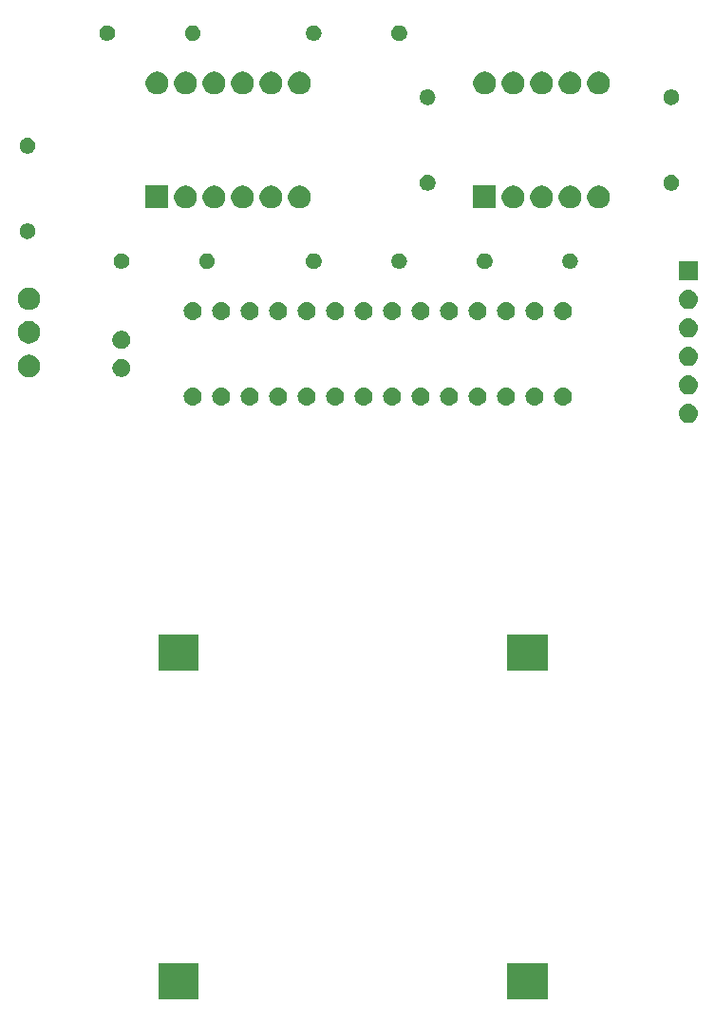
<source format=gbs>
G04 #@! TF.GenerationSoftware,KiCad,Pcbnew,(5.0.1-3-g963ef8bb5)*
G04 #@! TF.CreationDate,2018-12-12T19:15:58+01:00*
G04 #@! TF.ProjectId,kim-uno-rev1,6B696D2D756E6F2D726576312E6B6963,1*
G04 #@! TF.SameCoordinates,Original*
G04 #@! TF.FileFunction,Soldermask,Bot*
G04 #@! TF.FilePolarity,Negative*
%FSLAX46Y46*%
G04 Gerber Fmt 4.6, Leading zero omitted, Abs format (unit mm)*
G04 Created by KiCad (PCBNEW (5.0.1-3-g963ef8bb5)) date Wednesday, 12 December 2018 at 19:15:58*
%MOMM*%
%LPD*%
G01*
G04 APERTURE LIST*
%ADD10C,0.100000*%
G04 APERTURE END LIST*
D10*
G36*
X160169000Y-132963000D02*
X156569000Y-132963000D01*
X156569000Y-129763000D01*
X160169000Y-129763000D01*
X160169000Y-132963000D01*
X160169000Y-132963000D01*
G37*
G36*
X129054000Y-132963000D02*
X125454000Y-132963000D01*
X125454000Y-129763000D01*
X129054000Y-129763000D01*
X129054000Y-132963000D01*
X129054000Y-132963000D01*
G37*
G36*
X160169000Y-103663000D02*
X156569000Y-103663000D01*
X156569000Y-100463000D01*
X160169000Y-100463000D01*
X160169000Y-103663000D01*
X160169000Y-103663000D01*
G37*
G36*
X129054000Y-103663000D02*
X125454000Y-103663000D01*
X125454000Y-100463000D01*
X129054000Y-100463000D01*
X129054000Y-103663000D01*
X129054000Y-103663000D01*
G37*
G36*
X172886630Y-79934299D02*
X173046855Y-79982903D01*
X173194520Y-80061831D01*
X173323949Y-80168051D01*
X173430169Y-80297480D01*
X173509097Y-80445145D01*
X173557701Y-80605370D01*
X173574112Y-80772000D01*
X173557701Y-80938630D01*
X173509097Y-81098855D01*
X173430169Y-81246520D01*
X173323949Y-81375949D01*
X173194520Y-81482169D01*
X173046855Y-81561097D01*
X172886630Y-81609701D01*
X172761752Y-81622000D01*
X172678248Y-81622000D01*
X172553370Y-81609701D01*
X172393145Y-81561097D01*
X172245480Y-81482169D01*
X172116051Y-81375949D01*
X172009831Y-81246520D01*
X171930903Y-81098855D01*
X171882299Y-80938630D01*
X171865888Y-80772000D01*
X171882299Y-80605370D01*
X171930903Y-80445145D01*
X172009831Y-80297480D01*
X172116051Y-80168051D01*
X172245480Y-80061831D01*
X172393145Y-79982903D01*
X172553370Y-79934299D01*
X172678248Y-79922000D01*
X172761752Y-79922000D01*
X172886630Y-79934299D01*
X172886630Y-79934299D01*
G37*
G36*
X148961649Y-78455717D02*
X149000827Y-78459576D01*
X149076228Y-78482449D01*
X149151629Y-78505321D01*
X149290608Y-78579608D01*
X149412422Y-78679578D01*
X149512392Y-78801392D01*
X149586679Y-78940371D01*
X149586679Y-78940372D01*
X149625911Y-79069701D01*
X149632424Y-79091174D01*
X149647870Y-79248000D01*
X149632424Y-79404826D01*
X149586679Y-79555629D01*
X149512392Y-79694608D01*
X149412422Y-79816422D01*
X149290608Y-79916392D01*
X149151629Y-79990679D01*
X149076228Y-80013551D01*
X149000827Y-80036424D01*
X148961649Y-80040283D01*
X148883295Y-80048000D01*
X148804705Y-80048000D01*
X148726351Y-80040283D01*
X148687173Y-80036424D01*
X148611772Y-80013551D01*
X148536371Y-79990679D01*
X148397392Y-79916392D01*
X148275578Y-79816422D01*
X148175608Y-79694608D01*
X148101321Y-79555629D01*
X148055576Y-79404826D01*
X148040130Y-79248000D01*
X148055576Y-79091174D01*
X148062090Y-79069701D01*
X148101321Y-78940372D01*
X148101321Y-78940371D01*
X148175608Y-78801392D01*
X148275578Y-78679578D01*
X148397392Y-78579608D01*
X148536371Y-78505321D01*
X148611772Y-78482449D01*
X148687173Y-78459576D01*
X148726351Y-78455717D01*
X148804705Y-78448000D01*
X148883295Y-78448000D01*
X148961649Y-78455717D01*
X148961649Y-78455717D01*
G37*
G36*
X146421649Y-78455717D02*
X146460827Y-78459576D01*
X146536228Y-78482449D01*
X146611629Y-78505321D01*
X146750608Y-78579608D01*
X146872422Y-78679578D01*
X146972392Y-78801392D01*
X147046679Y-78940371D01*
X147046679Y-78940372D01*
X147085911Y-79069701D01*
X147092424Y-79091174D01*
X147107870Y-79248000D01*
X147092424Y-79404826D01*
X147046679Y-79555629D01*
X146972392Y-79694608D01*
X146872422Y-79816422D01*
X146750608Y-79916392D01*
X146611629Y-79990679D01*
X146536228Y-80013551D01*
X146460827Y-80036424D01*
X146421649Y-80040283D01*
X146343295Y-80048000D01*
X146264705Y-80048000D01*
X146186351Y-80040283D01*
X146147173Y-80036424D01*
X146071772Y-80013551D01*
X145996371Y-79990679D01*
X145857392Y-79916392D01*
X145735578Y-79816422D01*
X145635608Y-79694608D01*
X145561321Y-79555629D01*
X145515576Y-79404826D01*
X145500130Y-79248000D01*
X145515576Y-79091174D01*
X145522090Y-79069701D01*
X145561321Y-78940372D01*
X145561321Y-78940371D01*
X145635608Y-78801392D01*
X145735578Y-78679578D01*
X145857392Y-78579608D01*
X145996371Y-78505321D01*
X146071772Y-78482449D01*
X146147173Y-78459576D01*
X146186351Y-78455717D01*
X146264705Y-78448000D01*
X146343295Y-78448000D01*
X146421649Y-78455717D01*
X146421649Y-78455717D01*
G37*
G36*
X143881649Y-78455717D02*
X143920827Y-78459576D01*
X143996228Y-78482449D01*
X144071629Y-78505321D01*
X144210608Y-78579608D01*
X144332422Y-78679578D01*
X144432392Y-78801392D01*
X144506679Y-78940371D01*
X144506679Y-78940372D01*
X144545911Y-79069701D01*
X144552424Y-79091174D01*
X144567870Y-79248000D01*
X144552424Y-79404826D01*
X144506679Y-79555629D01*
X144432392Y-79694608D01*
X144332422Y-79816422D01*
X144210608Y-79916392D01*
X144071629Y-79990679D01*
X143996228Y-80013551D01*
X143920827Y-80036424D01*
X143881649Y-80040283D01*
X143803295Y-80048000D01*
X143724705Y-80048000D01*
X143646351Y-80040283D01*
X143607173Y-80036424D01*
X143531772Y-80013551D01*
X143456371Y-79990679D01*
X143317392Y-79916392D01*
X143195578Y-79816422D01*
X143095608Y-79694608D01*
X143021321Y-79555629D01*
X142975576Y-79404826D01*
X142960130Y-79248000D01*
X142975576Y-79091174D01*
X142982090Y-79069701D01*
X143021321Y-78940372D01*
X143021321Y-78940371D01*
X143095608Y-78801392D01*
X143195578Y-78679578D01*
X143317392Y-78579608D01*
X143456371Y-78505321D01*
X143531772Y-78482449D01*
X143607173Y-78459576D01*
X143646351Y-78455717D01*
X143724705Y-78448000D01*
X143803295Y-78448000D01*
X143881649Y-78455717D01*
X143881649Y-78455717D01*
G37*
G36*
X141341649Y-78455717D02*
X141380827Y-78459576D01*
X141456228Y-78482449D01*
X141531629Y-78505321D01*
X141670608Y-78579608D01*
X141792422Y-78679578D01*
X141892392Y-78801392D01*
X141966679Y-78940371D01*
X141966679Y-78940372D01*
X142005911Y-79069701D01*
X142012424Y-79091174D01*
X142027870Y-79248000D01*
X142012424Y-79404826D01*
X141966679Y-79555629D01*
X141892392Y-79694608D01*
X141792422Y-79816422D01*
X141670608Y-79916392D01*
X141531629Y-79990679D01*
X141456228Y-80013551D01*
X141380827Y-80036424D01*
X141341649Y-80040283D01*
X141263295Y-80048000D01*
X141184705Y-80048000D01*
X141106351Y-80040283D01*
X141067173Y-80036424D01*
X140991772Y-80013551D01*
X140916371Y-79990679D01*
X140777392Y-79916392D01*
X140655578Y-79816422D01*
X140555608Y-79694608D01*
X140481321Y-79555629D01*
X140435576Y-79404826D01*
X140420130Y-79248000D01*
X140435576Y-79091174D01*
X140442090Y-79069701D01*
X140481321Y-78940372D01*
X140481321Y-78940371D01*
X140555608Y-78801392D01*
X140655578Y-78679578D01*
X140777392Y-78579608D01*
X140916371Y-78505321D01*
X140991772Y-78482449D01*
X141067173Y-78459576D01*
X141106351Y-78455717D01*
X141184705Y-78448000D01*
X141263295Y-78448000D01*
X141341649Y-78455717D01*
X141341649Y-78455717D01*
G37*
G36*
X138801649Y-78455717D02*
X138840827Y-78459576D01*
X138916228Y-78482449D01*
X138991629Y-78505321D01*
X139130608Y-78579608D01*
X139252422Y-78679578D01*
X139352392Y-78801392D01*
X139426679Y-78940371D01*
X139426679Y-78940372D01*
X139465911Y-79069701D01*
X139472424Y-79091174D01*
X139487870Y-79248000D01*
X139472424Y-79404826D01*
X139426679Y-79555629D01*
X139352392Y-79694608D01*
X139252422Y-79816422D01*
X139130608Y-79916392D01*
X138991629Y-79990679D01*
X138916228Y-80013551D01*
X138840827Y-80036424D01*
X138801649Y-80040283D01*
X138723295Y-80048000D01*
X138644705Y-80048000D01*
X138566351Y-80040283D01*
X138527173Y-80036424D01*
X138451772Y-80013551D01*
X138376371Y-79990679D01*
X138237392Y-79916392D01*
X138115578Y-79816422D01*
X138015608Y-79694608D01*
X137941321Y-79555629D01*
X137895576Y-79404826D01*
X137880130Y-79248000D01*
X137895576Y-79091174D01*
X137902090Y-79069701D01*
X137941321Y-78940372D01*
X137941321Y-78940371D01*
X138015608Y-78801392D01*
X138115578Y-78679578D01*
X138237392Y-78579608D01*
X138376371Y-78505321D01*
X138451772Y-78482449D01*
X138527173Y-78459576D01*
X138566351Y-78455717D01*
X138644705Y-78448000D01*
X138723295Y-78448000D01*
X138801649Y-78455717D01*
X138801649Y-78455717D01*
G37*
G36*
X136261649Y-78455717D02*
X136300827Y-78459576D01*
X136376228Y-78482449D01*
X136451629Y-78505321D01*
X136590608Y-78579608D01*
X136712422Y-78679578D01*
X136812392Y-78801392D01*
X136886679Y-78940371D01*
X136886679Y-78940372D01*
X136925911Y-79069701D01*
X136932424Y-79091174D01*
X136947870Y-79248000D01*
X136932424Y-79404826D01*
X136886679Y-79555629D01*
X136812392Y-79694608D01*
X136712422Y-79816422D01*
X136590608Y-79916392D01*
X136451629Y-79990679D01*
X136376228Y-80013551D01*
X136300827Y-80036424D01*
X136261649Y-80040283D01*
X136183295Y-80048000D01*
X136104705Y-80048000D01*
X136026351Y-80040283D01*
X135987173Y-80036424D01*
X135911772Y-80013551D01*
X135836371Y-79990679D01*
X135697392Y-79916392D01*
X135575578Y-79816422D01*
X135475608Y-79694608D01*
X135401321Y-79555629D01*
X135355576Y-79404826D01*
X135340130Y-79248000D01*
X135355576Y-79091174D01*
X135362090Y-79069701D01*
X135401321Y-78940372D01*
X135401321Y-78940371D01*
X135475608Y-78801392D01*
X135575578Y-78679578D01*
X135697392Y-78579608D01*
X135836371Y-78505321D01*
X135911772Y-78482449D01*
X135987173Y-78459576D01*
X136026351Y-78455717D01*
X136104705Y-78448000D01*
X136183295Y-78448000D01*
X136261649Y-78455717D01*
X136261649Y-78455717D01*
G37*
G36*
X133721649Y-78455717D02*
X133760827Y-78459576D01*
X133836228Y-78482449D01*
X133911629Y-78505321D01*
X134050608Y-78579608D01*
X134172422Y-78679578D01*
X134272392Y-78801392D01*
X134346679Y-78940371D01*
X134346679Y-78940372D01*
X134385911Y-79069701D01*
X134392424Y-79091174D01*
X134407870Y-79248000D01*
X134392424Y-79404826D01*
X134346679Y-79555629D01*
X134272392Y-79694608D01*
X134172422Y-79816422D01*
X134050608Y-79916392D01*
X133911629Y-79990679D01*
X133836228Y-80013551D01*
X133760827Y-80036424D01*
X133721649Y-80040283D01*
X133643295Y-80048000D01*
X133564705Y-80048000D01*
X133486351Y-80040283D01*
X133447173Y-80036424D01*
X133371772Y-80013551D01*
X133296371Y-79990679D01*
X133157392Y-79916392D01*
X133035578Y-79816422D01*
X132935608Y-79694608D01*
X132861321Y-79555629D01*
X132815576Y-79404826D01*
X132800130Y-79248000D01*
X132815576Y-79091174D01*
X132822090Y-79069701D01*
X132861321Y-78940372D01*
X132861321Y-78940371D01*
X132935608Y-78801392D01*
X133035578Y-78679578D01*
X133157392Y-78579608D01*
X133296371Y-78505321D01*
X133371772Y-78482449D01*
X133447173Y-78459576D01*
X133486351Y-78455717D01*
X133564705Y-78448000D01*
X133643295Y-78448000D01*
X133721649Y-78455717D01*
X133721649Y-78455717D01*
G37*
G36*
X131181649Y-78455717D02*
X131220827Y-78459576D01*
X131296228Y-78482449D01*
X131371629Y-78505321D01*
X131510608Y-78579608D01*
X131632422Y-78679578D01*
X131732392Y-78801392D01*
X131806679Y-78940371D01*
X131806679Y-78940372D01*
X131845911Y-79069701D01*
X131852424Y-79091174D01*
X131867870Y-79248000D01*
X131852424Y-79404826D01*
X131806679Y-79555629D01*
X131732392Y-79694608D01*
X131632422Y-79816422D01*
X131510608Y-79916392D01*
X131371629Y-79990679D01*
X131296228Y-80013551D01*
X131220827Y-80036424D01*
X131181649Y-80040283D01*
X131103295Y-80048000D01*
X131024705Y-80048000D01*
X130946351Y-80040283D01*
X130907173Y-80036424D01*
X130831772Y-80013551D01*
X130756371Y-79990679D01*
X130617392Y-79916392D01*
X130495578Y-79816422D01*
X130395608Y-79694608D01*
X130321321Y-79555629D01*
X130275576Y-79404826D01*
X130260130Y-79248000D01*
X130275576Y-79091174D01*
X130282090Y-79069701D01*
X130321321Y-78940372D01*
X130321321Y-78940371D01*
X130395608Y-78801392D01*
X130495578Y-78679578D01*
X130617392Y-78579608D01*
X130756371Y-78505321D01*
X130831772Y-78482449D01*
X130907173Y-78459576D01*
X130946351Y-78455717D01*
X131024705Y-78448000D01*
X131103295Y-78448000D01*
X131181649Y-78455717D01*
X131181649Y-78455717D01*
G37*
G36*
X128641649Y-78455717D02*
X128680827Y-78459576D01*
X128756228Y-78482449D01*
X128831629Y-78505321D01*
X128970608Y-78579608D01*
X129092422Y-78679578D01*
X129192392Y-78801392D01*
X129266679Y-78940371D01*
X129266679Y-78940372D01*
X129305911Y-79069701D01*
X129312424Y-79091174D01*
X129327870Y-79248000D01*
X129312424Y-79404826D01*
X129266679Y-79555629D01*
X129192392Y-79694608D01*
X129092422Y-79816422D01*
X128970608Y-79916392D01*
X128831629Y-79990679D01*
X128756228Y-80013551D01*
X128680827Y-80036424D01*
X128641649Y-80040283D01*
X128563295Y-80048000D01*
X128484705Y-80048000D01*
X128406351Y-80040283D01*
X128367173Y-80036424D01*
X128291772Y-80013551D01*
X128216371Y-79990679D01*
X128077392Y-79916392D01*
X127955578Y-79816422D01*
X127855608Y-79694608D01*
X127781321Y-79555629D01*
X127735576Y-79404826D01*
X127720130Y-79248000D01*
X127735576Y-79091174D01*
X127742090Y-79069701D01*
X127781321Y-78940372D01*
X127781321Y-78940371D01*
X127855608Y-78801392D01*
X127955578Y-78679578D01*
X128077392Y-78579608D01*
X128216371Y-78505321D01*
X128291772Y-78482449D01*
X128367173Y-78459576D01*
X128406351Y-78455717D01*
X128484705Y-78448000D01*
X128563295Y-78448000D01*
X128641649Y-78455717D01*
X128641649Y-78455717D01*
G37*
G36*
X161661649Y-78455717D02*
X161700827Y-78459576D01*
X161776228Y-78482449D01*
X161851629Y-78505321D01*
X161990608Y-78579608D01*
X162112422Y-78679578D01*
X162212392Y-78801392D01*
X162286679Y-78940371D01*
X162286679Y-78940372D01*
X162325911Y-79069701D01*
X162332424Y-79091174D01*
X162347870Y-79248000D01*
X162332424Y-79404826D01*
X162286679Y-79555629D01*
X162212392Y-79694608D01*
X162112422Y-79816422D01*
X161990608Y-79916392D01*
X161851629Y-79990679D01*
X161776228Y-80013551D01*
X161700827Y-80036424D01*
X161661649Y-80040283D01*
X161583295Y-80048000D01*
X161504705Y-80048000D01*
X161426351Y-80040283D01*
X161387173Y-80036424D01*
X161311772Y-80013551D01*
X161236371Y-79990679D01*
X161097392Y-79916392D01*
X160975578Y-79816422D01*
X160875608Y-79694608D01*
X160801321Y-79555629D01*
X160755576Y-79404826D01*
X160740130Y-79248000D01*
X160755576Y-79091174D01*
X160762090Y-79069701D01*
X160801321Y-78940372D01*
X160801321Y-78940371D01*
X160875608Y-78801392D01*
X160975578Y-78679578D01*
X161097392Y-78579608D01*
X161236371Y-78505321D01*
X161311772Y-78482449D01*
X161387173Y-78459576D01*
X161426351Y-78455717D01*
X161504705Y-78448000D01*
X161583295Y-78448000D01*
X161661649Y-78455717D01*
X161661649Y-78455717D01*
G37*
G36*
X159121649Y-78455717D02*
X159160827Y-78459576D01*
X159236228Y-78482449D01*
X159311629Y-78505321D01*
X159450608Y-78579608D01*
X159572422Y-78679578D01*
X159672392Y-78801392D01*
X159746679Y-78940371D01*
X159746679Y-78940372D01*
X159785911Y-79069701D01*
X159792424Y-79091174D01*
X159807870Y-79248000D01*
X159792424Y-79404826D01*
X159746679Y-79555629D01*
X159672392Y-79694608D01*
X159572422Y-79816422D01*
X159450608Y-79916392D01*
X159311629Y-79990679D01*
X159236228Y-80013551D01*
X159160827Y-80036424D01*
X159121649Y-80040283D01*
X159043295Y-80048000D01*
X158964705Y-80048000D01*
X158886351Y-80040283D01*
X158847173Y-80036424D01*
X158771772Y-80013551D01*
X158696371Y-79990679D01*
X158557392Y-79916392D01*
X158435578Y-79816422D01*
X158335608Y-79694608D01*
X158261321Y-79555629D01*
X158215576Y-79404826D01*
X158200130Y-79248000D01*
X158215576Y-79091174D01*
X158222090Y-79069701D01*
X158261321Y-78940372D01*
X158261321Y-78940371D01*
X158335608Y-78801392D01*
X158435578Y-78679578D01*
X158557392Y-78579608D01*
X158696371Y-78505321D01*
X158771772Y-78482449D01*
X158847173Y-78459576D01*
X158886351Y-78455717D01*
X158964705Y-78448000D01*
X159043295Y-78448000D01*
X159121649Y-78455717D01*
X159121649Y-78455717D01*
G37*
G36*
X156581649Y-78455717D02*
X156620827Y-78459576D01*
X156696228Y-78482449D01*
X156771629Y-78505321D01*
X156910608Y-78579608D01*
X157032422Y-78679578D01*
X157132392Y-78801392D01*
X157206679Y-78940371D01*
X157206679Y-78940372D01*
X157245911Y-79069701D01*
X157252424Y-79091174D01*
X157267870Y-79248000D01*
X157252424Y-79404826D01*
X157206679Y-79555629D01*
X157132392Y-79694608D01*
X157032422Y-79816422D01*
X156910608Y-79916392D01*
X156771629Y-79990679D01*
X156696228Y-80013551D01*
X156620827Y-80036424D01*
X156581649Y-80040283D01*
X156503295Y-80048000D01*
X156424705Y-80048000D01*
X156346351Y-80040283D01*
X156307173Y-80036424D01*
X156231772Y-80013551D01*
X156156371Y-79990679D01*
X156017392Y-79916392D01*
X155895578Y-79816422D01*
X155795608Y-79694608D01*
X155721321Y-79555629D01*
X155675576Y-79404826D01*
X155660130Y-79248000D01*
X155675576Y-79091174D01*
X155682090Y-79069701D01*
X155721321Y-78940372D01*
X155721321Y-78940371D01*
X155795608Y-78801392D01*
X155895578Y-78679578D01*
X156017392Y-78579608D01*
X156156371Y-78505321D01*
X156231772Y-78482449D01*
X156307173Y-78459576D01*
X156346351Y-78455717D01*
X156424705Y-78448000D01*
X156503295Y-78448000D01*
X156581649Y-78455717D01*
X156581649Y-78455717D01*
G37*
G36*
X154041649Y-78455717D02*
X154080827Y-78459576D01*
X154156228Y-78482449D01*
X154231629Y-78505321D01*
X154370608Y-78579608D01*
X154492422Y-78679578D01*
X154592392Y-78801392D01*
X154666679Y-78940371D01*
X154666679Y-78940372D01*
X154705911Y-79069701D01*
X154712424Y-79091174D01*
X154727870Y-79248000D01*
X154712424Y-79404826D01*
X154666679Y-79555629D01*
X154592392Y-79694608D01*
X154492422Y-79816422D01*
X154370608Y-79916392D01*
X154231629Y-79990679D01*
X154156228Y-80013551D01*
X154080827Y-80036424D01*
X154041649Y-80040283D01*
X153963295Y-80048000D01*
X153884705Y-80048000D01*
X153806351Y-80040283D01*
X153767173Y-80036424D01*
X153691772Y-80013551D01*
X153616371Y-79990679D01*
X153477392Y-79916392D01*
X153355578Y-79816422D01*
X153255608Y-79694608D01*
X153181321Y-79555629D01*
X153135576Y-79404826D01*
X153120130Y-79248000D01*
X153135576Y-79091174D01*
X153142090Y-79069701D01*
X153181321Y-78940372D01*
X153181321Y-78940371D01*
X153255608Y-78801392D01*
X153355578Y-78679578D01*
X153477392Y-78579608D01*
X153616371Y-78505321D01*
X153691772Y-78482449D01*
X153767173Y-78459576D01*
X153806351Y-78455717D01*
X153884705Y-78448000D01*
X153963295Y-78448000D01*
X154041649Y-78455717D01*
X154041649Y-78455717D01*
G37*
G36*
X151501649Y-78455717D02*
X151540827Y-78459576D01*
X151616228Y-78482449D01*
X151691629Y-78505321D01*
X151830608Y-78579608D01*
X151952422Y-78679578D01*
X152052392Y-78801392D01*
X152126679Y-78940371D01*
X152126679Y-78940372D01*
X152165911Y-79069701D01*
X152172424Y-79091174D01*
X152187870Y-79248000D01*
X152172424Y-79404826D01*
X152126679Y-79555629D01*
X152052392Y-79694608D01*
X151952422Y-79816422D01*
X151830608Y-79916392D01*
X151691629Y-79990679D01*
X151616228Y-80013551D01*
X151540827Y-80036424D01*
X151501649Y-80040283D01*
X151423295Y-80048000D01*
X151344705Y-80048000D01*
X151266351Y-80040283D01*
X151227173Y-80036424D01*
X151151772Y-80013551D01*
X151076371Y-79990679D01*
X150937392Y-79916392D01*
X150815578Y-79816422D01*
X150715608Y-79694608D01*
X150641321Y-79555629D01*
X150595576Y-79404826D01*
X150580130Y-79248000D01*
X150595576Y-79091174D01*
X150602090Y-79069701D01*
X150641321Y-78940372D01*
X150641321Y-78940371D01*
X150715608Y-78801392D01*
X150815578Y-78679578D01*
X150937392Y-78579608D01*
X151076371Y-78505321D01*
X151151772Y-78482449D01*
X151227173Y-78459576D01*
X151266351Y-78455717D01*
X151344705Y-78448000D01*
X151423295Y-78448000D01*
X151501649Y-78455717D01*
X151501649Y-78455717D01*
G37*
G36*
X172886630Y-77394299D02*
X173046855Y-77442903D01*
X173194520Y-77521831D01*
X173323949Y-77628051D01*
X173430169Y-77757480D01*
X173509097Y-77905145D01*
X173557701Y-78065370D01*
X173574112Y-78232000D01*
X173557701Y-78398630D01*
X173509097Y-78558855D01*
X173430169Y-78706520D01*
X173323949Y-78835949D01*
X173194520Y-78942169D01*
X173046855Y-79021097D01*
X172886630Y-79069701D01*
X172761752Y-79082000D01*
X172678248Y-79082000D01*
X172553370Y-79069701D01*
X172393145Y-79021097D01*
X172245480Y-78942169D01*
X172116051Y-78835949D01*
X172009831Y-78706520D01*
X171930903Y-78558855D01*
X171882299Y-78398630D01*
X171865888Y-78232000D01*
X171882299Y-78065370D01*
X171930903Y-77905145D01*
X172009831Y-77757480D01*
X172116051Y-77628051D01*
X172245480Y-77521831D01*
X172393145Y-77442903D01*
X172553370Y-77394299D01*
X172678248Y-77382000D01*
X172761752Y-77382000D01*
X172886630Y-77394299D01*
X172886630Y-77394299D01*
G37*
G36*
X114094770Y-75548372D02*
X114210689Y-75571429D01*
X114392678Y-75646811D01*
X114556463Y-75756249D01*
X114695751Y-75895537D01*
X114805189Y-76059322D01*
X114880571Y-76241311D01*
X114919000Y-76434509D01*
X114919000Y-76631491D01*
X114880571Y-76824689D01*
X114805189Y-77006678D01*
X114695751Y-77170463D01*
X114556463Y-77309751D01*
X114392678Y-77419189D01*
X114210689Y-77494571D01*
X114094770Y-77517628D01*
X114017493Y-77533000D01*
X113820507Y-77533000D01*
X113743230Y-77517628D01*
X113627311Y-77494571D01*
X113445322Y-77419189D01*
X113281537Y-77309751D01*
X113142249Y-77170463D01*
X113032811Y-77006678D01*
X112957429Y-76824689D01*
X112919000Y-76631491D01*
X112919000Y-76434509D01*
X112957429Y-76241311D01*
X113032811Y-76059322D01*
X113142249Y-75895537D01*
X113281537Y-75756249D01*
X113445322Y-75646811D01*
X113627311Y-75571429D01*
X113743230Y-75548372D01*
X113820507Y-75533000D01*
X114017493Y-75533000D01*
X114094770Y-75548372D01*
X114094770Y-75548372D01*
G37*
G36*
X122407352Y-75938743D02*
X122552941Y-75999048D01*
X122683973Y-76086601D01*
X122795399Y-76198027D01*
X122882952Y-76329059D01*
X122943257Y-76474648D01*
X122974000Y-76629205D01*
X122974000Y-76786795D01*
X122943257Y-76941352D01*
X122882952Y-77086941D01*
X122795399Y-77217973D01*
X122683973Y-77329399D01*
X122552941Y-77416952D01*
X122407352Y-77477257D01*
X122252795Y-77508000D01*
X122095205Y-77508000D01*
X121940648Y-77477257D01*
X121795059Y-77416952D01*
X121664027Y-77329399D01*
X121552601Y-77217973D01*
X121465048Y-77086941D01*
X121404743Y-76941352D01*
X121374000Y-76786795D01*
X121374000Y-76629205D01*
X121404743Y-76474648D01*
X121465048Y-76329059D01*
X121552601Y-76198027D01*
X121664027Y-76086601D01*
X121795059Y-75999048D01*
X121940648Y-75938743D01*
X122095205Y-75908000D01*
X122252795Y-75908000D01*
X122407352Y-75938743D01*
X122407352Y-75938743D01*
G37*
G36*
X172886630Y-74854299D02*
X173046855Y-74902903D01*
X173194520Y-74981831D01*
X173323949Y-75088051D01*
X173430169Y-75217480D01*
X173509097Y-75365145D01*
X173557701Y-75525370D01*
X173574112Y-75692000D01*
X173557701Y-75858630D01*
X173509097Y-76018855D01*
X173430169Y-76166520D01*
X173323949Y-76295949D01*
X173194520Y-76402169D01*
X173046855Y-76481097D01*
X172886630Y-76529701D01*
X172761752Y-76542000D01*
X172678248Y-76542000D01*
X172553370Y-76529701D01*
X172393145Y-76481097D01*
X172245480Y-76402169D01*
X172116051Y-76295949D01*
X172009831Y-76166520D01*
X171930903Y-76018855D01*
X171882299Y-75858630D01*
X171865888Y-75692000D01*
X171882299Y-75525370D01*
X171930903Y-75365145D01*
X172009831Y-75217480D01*
X172116051Y-75088051D01*
X172245480Y-74981831D01*
X172393145Y-74902903D01*
X172553370Y-74854299D01*
X172678248Y-74842000D01*
X172761752Y-74842000D01*
X172886630Y-74854299D01*
X172886630Y-74854299D01*
G37*
G36*
X122407352Y-73438743D02*
X122552941Y-73499048D01*
X122683973Y-73586601D01*
X122795399Y-73698027D01*
X122882952Y-73829059D01*
X122943257Y-73974648D01*
X122974000Y-74129205D01*
X122974000Y-74286795D01*
X122943257Y-74441352D01*
X122882952Y-74586941D01*
X122795399Y-74717973D01*
X122683973Y-74829399D01*
X122552941Y-74916952D01*
X122407352Y-74977257D01*
X122252795Y-75008000D01*
X122095205Y-75008000D01*
X121940648Y-74977257D01*
X121795059Y-74916952D01*
X121664027Y-74829399D01*
X121552601Y-74717973D01*
X121465048Y-74586941D01*
X121404743Y-74441352D01*
X121374000Y-74286795D01*
X121374000Y-74129205D01*
X121404743Y-73974648D01*
X121465048Y-73829059D01*
X121552601Y-73698027D01*
X121664027Y-73586601D01*
X121795059Y-73499048D01*
X121940648Y-73438743D01*
X122095205Y-73408000D01*
X122252795Y-73408000D01*
X122407352Y-73438743D01*
X122407352Y-73438743D01*
G37*
G36*
X114093158Y-72548051D02*
X114210689Y-72571429D01*
X114392678Y-72646811D01*
X114556463Y-72756249D01*
X114695751Y-72895537D01*
X114805189Y-73059322D01*
X114880571Y-73241311D01*
X114919000Y-73434509D01*
X114919000Y-73631491D01*
X114880571Y-73824689D01*
X114805189Y-74006678D01*
X114695751Y-74170463D01*
X114556463Y-74309751D01*
X114392678Y-74419189D01*
X114210689Y-74494571D01*
X114094770Y-74517628D01*
X114017493Y-74533000D01*
X113820507Y-74533000D01*
X113743230Y-74517628D01*
X113627311Y-74494571D01*
X113445322Y-74419189D01*
X113281537Y-74309751D01*
X113142249Y-74170463D01*
X113032811Y-74006678D01*
X112957429Y-73824689D01*
X112919000Y-73631491D01*
X112919000Y-73434509D01*
X112957429Y-73241311D01*
X113032811Y-73059322D01*
X113142249Y-72895537D01*
X113281537Y-72756249D01*
X113445322Y-72646811D01*
X113627311Y-72571429D01*
X113744842Y-72548051D01*
X113820507Y-72533000D01*
X114017493Y-72533000D01*
X114093158Y-72548051D01*
X114093158Y-72548051D01*
G37*
G36*
X172886630Y-72314299D02*
X173046855Y-72362903D01*
X173194520Y-72441831D01*
X173323949Y-72548051D01*
X173430169Y-72677480D01*
X173509097Y-72825145D01*
X173557701Y-72985370D01*
X173574112Y-73152000D01*
X173557701Y-73318630D01*
X173509097Y-73478855D01*
X173430169Y-73626520D01*
X173323949Y-73755949D01*
X173194520Y-73862169D01*
X173046855Y-73941097D01*
X172886630Y-73989701D01*
X172761752Y-74002000D01*
X172678248Y-74002000D01*
X172553370Y-73989701D01*
X172393145Y-73941097D01*
X172245480Y-73862169D01*
X172116051Y-73755949D01*
X172009831Y-73626520D01*
X171930903Y-73478855D01*
X171882299Y-73318630D01*
X171865888Y-73152000D01*
X171882299Y-72985370D01*
X171930903Y-72825145D01*
X172009831Y-72677480D01*
X172116051Y-72548051D01*
X172245480Y-72441831D01*
X172393145Y-72362903D01*
X172553370Y-72314299D01*
X172678248Y-72302000D01*
X172761752Y-72302000D01*
X172886630Y-72314299D01*
X172886630Y-72314299D01*
G37*
G36*
X128641649Y-70835717D02*
X128680827Y-70839576D01*
X128756228Y-70862449D01*
X128831629Y-70885321D01*
X128970608Y-70959608D01*
X129092422Y-71059578D01*
X129192392Y-71181392D01*
X129266679Y-71320371D01*
X129266679Y-71320372D01*
X129305911Y-71449701D01*
X129312424Y-71471174D01*
X129327870Y-71628000D01*
X129312424Y-71784826D01*
X129266679Y-71935629D01*
X129192392Y-72074608D01*
X129092422Y-72196422D01*
X128970608Y-72296392D01*
X128831629Y-72370679D01*
X128756227Y-72393552D01*
X128680827Y-72416424D01*
X128641649Y-72420283D01*
X128563295Y-72428000D01*
X128484705Y-72428000D01*
X128406351Y-72420283D01*
X128367173Y-72416424D01*
X128291772Y-72393551D01*
X128216371Y-72370679D01*
X128077392Y-72296392D01*
X127955578Y-72196422D01*
X127855608Y-72074608D01*
X127781321Y-71935629D01*
X127735576Y-71784826D01*
X127720130Y-71628000D01*
X127735576Y-71471174D01*
X127742090Y-71449701D01*
X127781321Y-71320372D01*
X127781321Y-71320371D01*
X127855608Y-71181392D01*
X127955578Y-71059578D01*
X128077392Y-70959608D01*
X128216371Y-70885321D01*
X128291772Y-70862449D01*
X128367173Y-70839576D01*
X128406351Y-70835717D01*
X128484705Y-70828000D01*
X128563295Y-70828000D01*
X128641649Y-70835717D01*
X128641649Y-70835717D01*
G37*
G36*
X138801649Y-70835717D02*
X138840827Y-70839576D01*
X138916228Y-70862449D01*
X138991629Y-70885321D01*
X139130608Y-70959608D01*
X139252422Y-71059578D01*
X139352392Y-71181392D01*
X139426679Y-71320371D01*
X139426679Y-71320372D01*
X139465911Y-71449701D01*
X139472424Y-71471174D01*
X139487870Y-71628000D01*
X139472424Y-71784826D01*
X139426679Y-71935629D01*
X139352392Y-72074608D01*
X139252422Y-72196422D01*
X139130608Y-72296392D01*
X138991629Y-72370679D01*
X138916227Y-72393552D01*
X138840827Y-72416424D01*
X138801649Y-72420283D01*
X138723295Y-72428000D01*
X138644705Y-72428000D01*
X138566351Y-72420283D01*
X138527173Y-72416424D01*
X138451772Y-72393551D01*
X138376371Y-72370679D01*
X138237392Y-72296392D01*
X138115578Y-72196422D01*
X138015608Y-72074608D01*
X137941321Y-71935629D01*
X137895576Y-71784826D01*
X137880130Y-71628000D01*
X137895576Y-71471174D01*
X137902090Y-71449701D01*
X137941321Y-71320372D01*
X137941321Y-71320371D01*
X138015608Y-71181392D01*
X138115578Y-71059578D01*
X138237392Y-70959608D01*
X138376371Y-70885321D01*
X138451772Y-70862449D01*
X138527173Y-70839576D01*
X138566351Y-70835717D01*
X138644705Y-70828000D01*
X138723295Y-70828000D01*
X138801649Y-70835717D01*
X138801649Y-70835717D01*
G37*
G36*
X131181649Y-70835717D02*
X131220827Y-70839576D01*
X131296228Y-70862449D01*
X131371629Y-70885321D01*
X131510608Y-70959608D01*
X131632422Y-71059578D01*
X131732392Y-71181392D01*
X131806679Y-71320371D01*
X131806679Y-71320372D01*
X131845911Y-71449701D01*
X131852424Y-71471174D01*
X131867870Y-71628000D01*
X131852424Y-71784826D01*
X131806679Y-71935629D01*
X131732392Y-72074608D01*
X131632422Y-72196422D01*
X131510608Y-72296392D01*
X131371629Y-72370679D01*
X131296227Y-72393552D01*
X131220827Y-72416424D01*
X131181649Y-72420283D01*
X131103295Y-72428000D01*
X131024705Y-72428000D01*
X130946351Y-72420283D01*
X130907173Y-72416424D01*
X130831772Y-72393551D01*
X130756371Y-72370679D01*
X130617392Y-72296392D01*
X130495578Y-72196422D01*
X130395608Y-72074608D01*
X130321321Y-71935629D01*
X130275576Y-71784826D01*
X130260130Y-71628000D01*
X130275576Y-71471174D01*
X130282090Y-71449701D01*
X130321321Y-71320372D01*
X130321321Y-71320371D01*
X130395608Y-71181392D01*
X130495578Y-71059578D01*
X130617392Y-70959608D01*
X130756371Y-70885321D01*
X130831772Y-70862449D01*
X130907173Y-70839576D01*
X130946351Y-70835717D01*
X131024705Y-70828000D01*
X131103295Y-70828000D01*
X131181649Y-70835717D01*
X131181649Y-70835717D01*
G37*
G36*
X133721649Y-70835717D02*
X133760827Y-70839576D01*
X133836228Y-70862449D01*
X133911629Y-70885321D01*
X134050608Y-70959608D01*
X134172422Y-71059578D01*
X134272392Y-71181392D01*
X134346679Y-71320371D01*
X134346679Y-71320372D01*
X134385911Y-71449701D01*
X134392424Y-71471174D01*
X134407870Y-71628000D01*
X134392424Y-71784826D01*
X134346679Y-71935629D01*
X134272392Y-72074608D01*
X134172422Y-72196422D01*
X134050608Y-72296392D01*
X133911629Y-72370679D01*
X133836227Y-72393552D01*
X133760827Y-72416424D01*
X133721649Y-72420283D01*
X133643295Y-72428000D01*
X133564705Y-72428000D01*
X133486351Y-72420283D01*
X133447173Y-72416424D01*
X133371772Y-72393551D01*
X133296371Y-72370679D01*
X133157392Y-72296392D01*
X133035578Y-72196422D01*
X132935608Y-72074608D01*
X132861321Y-71935629D01*
X132815576Y-71784826D01*
X132800130Y-71628000D01*
X132815576Y-71471174D01*
X132822090Y-71449701D01*
X132861321Y-71320372D01*
X132861321Y-71320371D01*
X132935608Y-71181392D01*
X133035578Y-71059578D01*
X133157392Y-70959608D01*
X133296371Y-70885321D01*
X133371772Y-70862449D01*
X133447173Y-70839576D01*
X133486351Y-70835717D01*
X133564705Y-70828000D01*
X133643295Y-70828000D01*
X133721649Y-70835717D01*
X133721649Y-70835717D01*
G37*
G36*
X136261649Y-70835717D02*
X136300827Y-70839576D01*
X136376228Y-70862449D01*
X136451629Y-70885321D01*
X136590608Y-70959608D01*
X136712422Y-71059578D01*
X136812392Y-71181392D01*
X136886679Y-71320371D01*
X136886679Y-71320372D01*
X136925911Y-71449701D01*
X136932424Y-71471174D01*
X136947870Y-71628000D01*
X136932424Y-71784826D01*
X136886679Y-71935629D01*
X136812392Y-72074608D01*
X136712422Y-72196422D01*
X136590608Y-72296392D01*
X136451629Y-72370679D01*
X136376227Y-72393552D01*
X136300827Y-72416424D01*
X136261649Y-72420283D01*
X136183295Y-72428000D01*
X136104705Y-72428000D01*
X136026351Y-72420283D01*
X135987173Y-72416424D01*
X135911772Y-72393551D01*
X135836371Y-72370679D01*
X135697392Y-72296392D01*
X135575578Y-72196422D01*
X135475608Y-72074608D01*
X135401321Y-71935629D01*
X135355576Y-71784826D01*
X135340130Y-71628000D01*
X135355576Y-71471174D01*
X135362090Y-71449701D01*
X135401321Y-71320372D01*
X135401321Y-71320371D01*
X135475608Y-71181392D01*
X135575578Y-71059578D01*
X135697392Y-70959608D01*
X135836371Y-70885321D01*
X135911772Y-70862449D01*
X135987173Y-70839576D01*
X136026351Y-70835717D01*
X136104705Y-70828000D01*
X136183295Y-70828000D01*
X136261649Y-70835717D01*
X136261649Y-70835717D01*
G37*
G36*
X141341649Y-70835717D02*
X141380827Y-70839576D01*
X141456228Y-70862449D01*
X141531629Y-70885321D01*
X141670608Y-70959608D01*
X141792422Y-71059578D01*
X141892392Y-71181392D01*
X141966679Y-71320371D01*
X141966679Y-71320372D01*
X142005911Y-71449701D01*
X142012424Y-71471174D01*
X142027870Y-71628000D01*
X142012424Y-71784826D01*
X141966679Y-71935629D01*
X141892392Y-72074608D01*
X141792422Y-72196422D01*
X141670608Y-72296392D01*
X141531629Y-72370679D01*
X141456227Y-72393552D01*
X141380827Y-72416424D01*
X141341649Y-72420283D01*
X141263295Y-72428000D01*
X141184705Y-72428000D01*
X141106351Y-72420283D01*
X141067173Y-72416424D01*
X140991772Y-72393551D01*
X140916371Y-72370679D01*
X140777392Y-72296392D01*
X140655578Y-72196422D01*
X140555608Y-72074608D01*
X140481321Y-71935629D01*
X140435576Y-71784826D01*
X140420130Y-71628000D01*
X140435576Y-71471174D01*
X140442090Y-71449701D01*
X140481321Y-71320372D01*
X140481321Y-71320371D01*
X140555608Y-71181392D01*
X140655578Y-71059578D01*
X140777392Y-70959608D01*
X140916371Y-70885321D01*
X140991772Y-70862449D01*
X141067173Y-70839576D01*
X141106351Y-70835717D01*
X141184705Y-70828000D01*
X141263295Y-70828000D01*
X141341649Y-70835717D01*
X141341649Y-70835717D01*
G37*
G36*
X143881649Y-70835717D02*
X143920827Y-70839576D01*
X143996228Y-70862449D01*
X144071629Y-70885321D01*
X144210608Y-70959608D01*
X144332422Y-71059578D01*
X144432392Y-71181392D01*
X144506679Y-71320371D01*
X144506679Y-71320372D01*
X144545911Y-71449701D01*
X144552424Y-71471174D01*
X144567870Y-71628000D01*
X144552424Y-71784826D01*
X144506679Y-71935629D01*
X144432392Y-72074608D01*
X144332422Y-72196422D01*
X144210608Y-72296392D01*
X144071629Y-72370679D01*
X143996227Y-72393552D01*
X143920827Y-72416424D01*
X143881649Y-72420283D01*
X143803295Y-72428000D01*
X143724705Y-72428000D01*
X143646351Y-72420283D01*
X143607173Y-72416424D01*
X143531772Y-72393551D01*
X143456371Y-72370679D01*
X143317392Y-72296392D01*
X143195578Y-72196422D01*
X143095608Y-72074608D01*
X143021321Y-71935629D01*
X142975576Y-71784826D01*
X142960130Y-71628000D01*
X142975576Y-71471174D01*
X142982090Y-71449701D01*
X143021321Y-71320372D01*
X143021321Y-71320371D01*
X143095608Y-71181392D01*
X143195578Y-71059578D01*
X143317392Y-70959608D01*
X143456371Y-70885321D01*
X143531772Y-70862449D01*
X143607173Y-70839576D01*
X143646351Y-70835717D01*
X143724705Y-70828000D01*
X143803295Y-70828000D01*
X143881649Y-70835717D01*
X143881649Y-70835717D01*
G37*
G36*
X146421649Y-70835717D02*
X146460827Y-70839576D01*
X146536228Y-70862449D01*
X146611629Y-70885321D01*
X146750608Y-70959608D01*
X146872422Y-71059578D01*
X146972392Y-71181392D01*
X147046679Y-71320371D01*
X147046679Y-71320372D01*
X147085911Y-71449701D01*
X147092424Y-71471174D01*
X147107870Y-71628000D01*
X147092424Y-71784826D01*
X147046679Y-71935629D01*
X146972392Y-72074608D01*
X146872422Y-72196422D01*
X146750608Y-72296392D01*
X146611629Y-72370679D01*
X146536227Y-72393552D01*
X146460827Y-72416424D01*
X146421649Y-72420283D01*
X146343295Y-72428000D01*
X146264705Y-72428000D01*
X146186351Y-72420283D01*
X146147173Y-72416424D01*
X146071772Y-72393551D01*
X145996371Y-72370679D01*
X145857392Y-72296392D01*
X145735578Y-72196422D01*
X145635608Y-72074608D01*
X145561321Y-71935629D01*
X145515576Y-71784826D01*
X145500130Y-71628000D01*
X145515576Y-71471174D01*
X145522090Y-71449701D01*
X145561321Y-71320372D01*
X145561321Y-71320371D01*
X145635608Y-71181392D01*
X145735578Y-71059578D01*
X145857392Y-70959608D01*
X145996371Y-70885321D01*
X146071772Y-70862449D01*
X146147173Y-70839576D01*
X146186351Y-70835717D01*
X146264705Y-70828000D01*
X146343295Y-70828000D01*
X146421649Y-70835717D01*
X146421649Y-70835717D01*
G37*
G36*
X148961649Y-70835717D02*
X149000827Y-70839576D01*
X149076228Y-70862449D01*
X149151629Y-70885321D01*
X149290608Y-70959608D01*
X149412422Y-71059578D01*
X149512392Y-71181392D01*
X149586679Y-71320371D01*
X149586679Y-71320372D01*
X149625911Y-71449701D01*
X149632424Y-71471174D01*
X149647870Y-71628000D01*
X149632424Y-71784826D01*
X149586679Y-71935629D01*
X149512392Y-72074608D01*
X149412422Y-72196422D01*
X149290608Y-72296392D01*
X149151629Y-72370679D01*
X149076227Y-72393552D01*
X149000827Y-72416424D01*
X148961649Y-72420283D01*
X148883295Y-72428000D01*
X148804705Y-72428000D01*
X148726351Y-72420283D01*
X148687173Y-72416424D01*
X148611772Y-72393551D01*
X148536371Y-72370679D01*
X148397392Y-72296392D01*
X148275578Y-72196422D01*
X148175608Y-72074608D01*
X148101321Y-71935629D01*
X148055576Y-71784826D01*
X148040130Y-71628000D01*
X148055576Y-71471174D01*
X148062090Y-71449701D01*
X148101321Y-71320372D01*
X148101321Y-71320371D01*
X148175608Y-71181392D01*
X148275578Y-71059578D01*
X148397392Y-70959608D01*
X148536371Y-70885321D01*
X148611772Y-70862449D01*
X148687173Y-70839576D01*
X148726351Y-70835717D01*
X148804705Y-70828000D01*
X148883295Y-70828000D01*
X148961649Y-70835717D01*
X148961649Y-70835717D01*
G37*
G36*
X151501649Y-70835717D02*
X151540827Y-70839576D01*
X151616228Y-70862449D01*
X151691629Y-70885321D01*
X151830608Y-70959608D01*
X151952422Y-71059578D01*
X152052392Y-71181392D01*
X152126679Y-71320371D01*
X152126679Y-71320372D01*
X152165911Y-71449701D01*
X152172424Y-71471174D01*
X152187870Y-71628000D01*
X152172424Y-71784826D01*
X152126679Y-71935629D01*
X152052392Y-72074608D01*
X151952422Y-72196422D01*
X151830608Y-72296392D01*
X151691629Y-72370679D01*
X151616227Y-72393552D01*
X151540827Y-72416424D01*
X151501649Y-72420283D01*
X151423295Y-72428000D01*
X151344705Y-72428000D01*
X151266351Y-72420283D01*
X151227173Y-72416424D01*
X151151772Y-72393551D01*
X151076371Y-72370679D01*
X150937392Y-72296392D01*
X150815578Y-72196422D01*
X150715608Y-72074608D01*
X150641321Y-71935629D01*
X150595576Y-71784826D01*
X150580130Y-71628000D01*
X150595576Y-71471174D01*
X150602090Y-71449701D01*
X150641321Y-71320372D01*
X150641321Y-71320371D01*
X150715608Y-71181392D01*
X150815578Y-71059578D01*
X150937392Y-70959608D01*
X151076371Y-70885321D01*
X151151772Y-70862449D01*
X151227173Y-70839576D01*
X151266351Y-70835717D01*
X151344705Y-70828000D01*
X151423295Y-70828000D01*
X151501649Y-70835717D01*
X151501649Y-70835717D01*
G37*
G36*
X154041649Y-70835717D02*
X154080827Y-70839576D01*
X154156228Y-70862449D01*
X154231629Y-70885321D01*
X154370608Y-70959608D01*
X154492422Y-71059578D01*
X154592392Y-71181392D01*
X154666679Y-71320371D01*
X154666679Y-71320372D01*
X154705911Y-71449701D01*
X154712424Y-71471174D01*
X154727870Y-71628000D01*
X154712424Y-71784826D01*
X154666679Y-71935629D01*
X154592392Y-72074608D01*
X154492422Y-72196422D01*
X154370608Y-72296392D01*
X154231629Y-72370679D01*
X154156227Y-72393552D01*
X154080827Y-72416424D01*
X154041649Y-72420283D01*
X153963295Y-72428000D01*
X153884705Y-72428000D01*
X153806351Y-72420283D01*
X153767173Y-72416424D01*
X153691772Y-72393551D01*
X153616371Y-72370679D01*
X153477392Y-72296392D01*
X153355578Y-72196422D01*
X153255608Y-72074608D01*
X153181321Y-71935629D01*
X153135576Y-71784826D01*
X153120130Y-71628000D01*
X153135576Y-71471174D01*
X153142090Y-71449701D01*
X153181321Y-71320372D01*
X153181321Y-71320371D01*
X153255608Y-71181392D01*
X153355578Y-71059578D01*
X153477392Y-70959608D01*
X153616371Y-70885321D01*
X153691772Y-70862449D01*
X153767173Y-70839576D01*
X153806351Y-70835717D01*
X153884705Y-70828000D01*
X153963295Y-70828000D01*
X154041649Y-70835717D01*
X154041649Y-70835717D01*
G37*
G36*
X156581649Y-70835717D02*
X156620827Y-70839576D01*
X156696228Y-70862449D01*
X156771629Y-70885321D01*
X156910608Y-70959608D01*
X157032422Y-71059578D01*
X157132392Y-71181392D01*
X157206679Y-71320371D01*
X157206679Y-71320372D01*
X157245911Y-71449701D01*
X157252424Y-71471174D01*
X157267870Y-71628000D01*
X157252424Y-71784826D01*
X157206679Y-71935629D01*
X157132392Y-72074608D01*
X157032422Y-72196422D01*
X156910608Y-72296392D01*
X156771629Y-72370679D01*
X156696227Y-72393552D01*
X156620827Y-72416424D01*
X156581649Y-72420283D01*
X156503295Y-72428000D01*
X156424705Y-72428000D01*
X156346351Y-72420283D01*
X156307173Y-72416424D01*
X156231772Y-72393551D01*
X156156371Y-72370679D01*
X156017392Y-72296392D01*
X155895578Y-72196422D01*
X155795608Y-72074608D01*
X155721321Y-71935629D01*
X155675576Y-71784826D01*
X155660130Y-71628000D01*
X155675576Y-71471174D01*
X155682090Y-71449701D01*
X155721321Y-71320372D01*
X155721321Y-71320371D01*
X155795608Y-71181392D01*
X155895578Y-71059578D01*
X156017392Y-70959608D01*
X156156371Y-70885321D01*
X156231772Y-70862449D01*
X156307173Y-70839576D01*
X156346351Y-70835717D01*
X156424705Y-70828000D01*
X156503295Y-70828000D01*
X156581649Y-70835717D01*
X156581649Y-70835717D01*
G37*
G36*
X159121649Y-70835717D02*
X159160827Y-70839576D01*
X159236228Y-70862449D01*
X159311629Y-70885321D01*
X159450608Y-70959608D01*
X159572422Y-71059578D01*
X159672392Y-71181392D01*
X159746679Y-71320371D01*
X159746679Y-71320372D01*
X159785911Y-71449701D01*
X159792424Y-71471174D01*
X159807870Y-71628000D01*
X159792424Y-71784826D01*
X159746679Y-71935629D01*
X159672392Y-72074608D01*
X159572422Y-72196422D01*
X159450608Y-72296392D01*
X159311629Y-72370679D01*
X159236227Y-72393552D01*
X159160827Y-72416424D01*
X159121649Y-72420283D01*
X159043295Y-72428000D01*
X158964705Y-72428000D01*
X158886351Y-72420283D01*
X158847173Y-72416424D01*
X158771772Y-72393551D01*
X158696371Y-72370679D01*
X158557392Y-72296392D01*
X158435578Y-72196422D01*
X158335608Y-72074608D01*
X158261321Y-71935629D01*
X158215576Y-71784826D01*
X158200130Y-71628000D01*
X158215576Y-71471174D01*
X158222090Y-71449701D01*
X158261321Y-71320372D01*
X158261321Y-71320371D01*
X158335608Y-71181392D01*
X158435578Y-71059578D01*
X158557392Y-70959608D01*
X158696371Y-70885321D01*
X158771772Y-70862449D01*
X158847173Y-70839576D01*
X158886351Y-70835717D01*
X158964705Y-70828000D01*
X159043295Y-70828000D01*
X159121649Y-70835717D01*
X159121649Y-70835717D01*
G37*
G36*
X161661649Y-70835717D02*
X161700827Y-70839576D01*
X161776228Y-70862449D01*
X161851629Y-70885321D01*
X161990608Y-70959608D01*
X162112422Y-71059578D01*
X162212392Y-71181392D01*
X162286679Y-71320371D01*
X162286679Y-71320372D01*
X162325911Y-71449701D01*
X162332424Y-71471174D01*
X162347870Y-71628000D01*
X162332424Y-71784826D01*
X162286679Y-71935629D01*
X162212392Y-72074608D01*
X162112422Y-72196422D01*
X161990608Y-72296392D01*
X161851629Y-72370679D01*
X161776227Y-72393552D01*
X161700827Y-72416424D01*
X161661649Y-72420283D01*
X161583295Y-72428000D01*
X161504705Y-72428000D01*
X161426351Y-72420283D01*
X161387173Y-72416424D01*
X161311772Y-72393551D01*
X161236371Y-72370679D01*
X161097392Y-72296392D01*
X160975578Y-72196422D01*
X160875608Y-72074608D01*
X160801321Y-71935629D01*
X160755576Y-71784826D01*
X160740130Y-71628000D01*
X160755576Y-71471174D01*
X160762090Y-71449701D01*
X160801321Y-71320372D01*
X160801321Y-71320371D01*
X160875608Y-71181392D01*
X160975578Y-71059578D01*
X161097392Y-70959608D01*
X161236371Y-70885321D01*
X161311772Y-70862449D01*
X161387173Y-70839576D01*
X161426351Y-70835717D01*
X161504705Y-70828000D01*
X161583295Y-70828000D01*
X161661649Y-70835717D01*
X161661649Y-70835717D01*
G37*
G36*
X114094770Y-69548372D02*
X114210689Y-69571429D01*
X114392678Y-69646811D01*
X114556463Y-69756249D01*
X114695751Y-69895537D01*
X114805189Y-70059322D01*
X114880571Y-70241311D01*
X114919000Y-70434509D01*
X114919000Y-70631491D01*
X114880571Y-70824689D01*
X114805189Y-71006678D01*
X114695751Y-71170463D01*
X114556463Y-71309751D01*
X114392678Y-71419189D01*
X114210689Y-71494571D01*
X114094770Y-71517628D01*
X114017493Y-71533000D01*
X113820507Y-71533000D01*
X113743230Y-71517628D01*
X113627311Y-71494571D01*
X113445322Y-71419189D01*
X113281537Y-71309751D01*
X113142249Y-71170463D01*
X113032811Y-71006678D01*
X112957429Y-70824689D01*
X112919000Y-70631491D01*
X112919000Y-70434509D01*
X112957429Y-70241311D01*
X113032811Y-70059322D01*
X113142249Y-69895537D01*
X113281537Y-69756249D01*
X113445322Y-69646811D01*
X113627311Y-69571429D01*
X113743230Y-69548372D01*
X113820507Y-69533000D01*
X114017493Y-69533000D01*
X114094770Y-69548372D01*
X114094770Y-69548372D01*
G37*
G36*
X172886630Y-69774299D02*
X173046855Y-69822903D01*
X173194520Y-69901831D01*
X173323949Y-70008051D01*
X173430169Y-70137480D01*
X173509097Y-70285145D01*
X173557701Y-70445370D01*
X173574112Y-70612000D01*
X173557701Y-70778630D01*
X173509097Y-70938855D01*
X173430169Y-71086520D01*
X173323949Y-71215949D01*
X173194520Y-71322169D01*
X173046855Y-71401097D01*
X172886630Y-71449701D01*
X172761752Y-71462000D01*
X172678248Y-71462000D01*
X172553370Y-71449701D01*
X172393145Y-71401097D01*
X172245480Y-71322169D01*
X172116051Y-71215949D01*
X172009831Y-71086520D01*
X171930903Y-70938855D01*
X171882299Y-70778630D01*
X171865888Y-70612000D01*
X171882299Y-70445370D01*
X171930903Y-70285145D01*
X172009831Y-70137480D01*
X172116051Y-70008051D01*
X172245480Y-69901831D01*
X172393145Y-69822903D01*
X172553370Y-69774299D01*
X172678248Y-69762000D01*
X172761752Y-69762000D01*
X172886630Y-69774299D01*
X172886630Y-69774299D01*
G37*
G36*
X173570000Y-68922000D02*
X171870000Y-68922000D01*
X171870000Y-67222000D01*
X173570000Y-67222000D01*
X173570000Y-68922000D01*
X173570000Y-68922000D01*
G37*
G36*
X122311224Y-66493128D02*
X122443175Y-66533155D01*
X122564781Y-66598155D01*
X122671370Y-66685630D01*
X122758845Y-66792219D01*
X122823845Y-66913825D01*
X122863872Y-67045776D01*
X122877387Y-67183000D01*
X122863872Y-67320224D01*
X122823845Y-67452175D01*
X122758845Y-67573781D01*
X122671370Y-67680370D01*
X122564781Y-67767845D01*
X122443175Y-67832845D01*
X122311224Y-67872872D01*
X122208390Y-67883000D01*
X122139610Y-67883000D01*
X122036776Y-67872872D01*
X121904825Y-67832845D01*
X121783219Y-67767845D01*
X121676630Y-67680370D01*
X121589155Y-67573781D01*
X121524155Y-67452175D01*
X121484128Y-67320224D01*
X121470613Y-67183000D01*
X121484128Y-67045776D01*
X121524155Y-66913825D01*
X121589155Y-66792219D01*
X121676630Y-66685630D01*
X121783219Y-66598155D01*
X121904825Y-66533155D01*
X122036776Y-66493128D01*
X122139610Y-66483000D01*
X122208390Y-66483000D01*
X122311224Y-66493128D01*
X122311224Y-66493128D01*
G37*
G36*
X162316224Y-66493128D02*
X162448175Y-66533155D01*
X162569781Y-66598155D01*
X162676370Y-66685630D01*
X162763845Y-66792219D01*
X162828845Y-66913825D01*
X162868872Y-67045776D01*
X162882387Y-67183000D01*
X162868872Y-67320224D01*
X162828845Y-67452175D01*
X162763845Y-67573781D01*
X162676370Y-67680370D01*
X162569781Y-67767845D01*
X162448175Y-67832845D01*
X162316224Y-67872872D01*
X162213390Y-67883000D01*
X162144610Y-67883000D01*
X162041776Y-67872872D01*
X161909825Y-67832845D01*
X161788219Y-67767845D01*
X161681630Y-67680370D01*
X161594155Y-67573781D01*
X161529155Y-67452175D01*
X161489128Y-67320224D01*
X161475613Y-67183000D01*
X161489128Y-67045776D01*
X161529155Y-66913825D01*
X161594155Y-66792219D01*
X161681630Y-66685630D01*
X161788219Y-66598155D01*
X161909825Y-66533155D01*
X162041776Y-66493128D01*
X162144610Y-66483000D01*
X162213390Y-66483000D01*
X162316224Y-66493128D01*
X162316224Y-66493128D01*
G37*
G36*
X154763183Y-66509900D02*
X154890574Y-66562668D01*
X154943685Y-66598155D01*
X155005225Y-66639275D01*
X155102725Y-66736775D01*
X155179332Y-66851426D01*
X155232100Y-66978817D01*
X155259000Y-67114055D01*
X155259000Y-67251945D01*
X155232100Y-67387183D01*
X155179332Y-67514574D01*
X155102726Y-67629224D01*
X155005224Y-67726726D01*
X154890574Y-67803332D01*
X154763183Y-67856100D01*
X154627945Y-67883000D01*
X154490055Y-67883000D01*
X154354817Y-67856100D01*
X154227426Y-67803332D01*
X154112776Y-67726726D01*
X154015274Y-67629224D01*
X153938668Y-67514574D01*
X153885900Y-67387183D01*
X153859000Y-67251945D01*
X153859000Y-67114055D01*
X153885900Y-66978817D01*
X153938668Y-66851426D01*
X154015275Y-66736775D01*
X154112775Y-66639275D01*
X154174316Y-66598155D01*
X154227426Y-66562668D01*
X154354817Y-66509900D01*
X154490055Y-66483000D01*
X154627945Y-66483000D01*
X154763183Y-66509900D01*
X154763183Y-66509900D01*
G37*
G36*
X139523183Y-66509900D02*
X139650574Y-66562668D01*
X139703685Y-66598155D01*
X139765225Y-66639275D01*
X139862725Y-66736775D01*
X139939332Y-66851426D01*
X139992100Y-66978817D01*
X140019000Y-67114055D01*
X140019000Y-67251945D01*
X139992100Y-67387183D01*
X139939332Y-67514574D01*
X139862726Y-67629224D01*
X139765224Y-67726726D01*
X139650574Y-67803332D01*
X139523183Y-67856100D01*
X139387945Y-67883000D01*
X139250055Y-67883000D01*
X139114817Y-67856100D01*
X138987426Y-67803332D01*
X138872776Y-67726726D01*
X138775274Y-67629224D01*
X138698668Y-67514574D01*
X138645900Y-67387183D01*
X138619000Y-67251945D01*
X138619000Y-67114055D01*
X138645900Y-66978817D01*
X138698668Y-66851426D01*
X138775275Y-66736775D01*
X138872775Y-66639275D01*
X138934316Y-66598155D01*
X138987426Y-66562668D01*
X139114817Y-66509900D01*
X139250055Y-66483000D01*
X139387945Y-66483000D01*
X139523183Y-66509900D01*
X139523183Y-66509900D01*
G37*
G36*
X147076224Y-66493128D02*
X147208175Y-66533155D01*
X147329781Y-66598155D01*
X147436370Y-66685630D01*
X147523845Y-66792219D01*
X147588845Y-66913825D01*
X147628872Y-67045776D01*
X147642387Y-67183000D01*
X147628872Y-67320224D01*
X147588845Y-67452175D01*
X147523845Y-67573781D01*
X147436370Y-67680370D01*
X147329781Y-67767845D01*
X147208175Y-67832845D01*
X147076224Y-67872872D01*
X146973390Y-67883000D01*
X146904610Y-67883000D01*
X146801776Y-67872872D01*
X146669825Y-67832845D01*
X146548219Y-67767845D01*
X146441630Y-67680370D01*
X146354155Y-67573781D01*
X146289155Y-67452175D01*
X146249128Y-67320224D01*
X146235613Y-67183000D01*
X146249128Y-67045776D01*
X146289155Y-66913825D01*
X146354155Y-66792219D01*
X146441630Y-66685630D01*
X146548219Y-66598155D01*
X146669825Y-66533155D01*
X146801776Y-66493128D01*
X146904610Y-66483000D01*
X146973390Y-66483000D01*
X147076224Y-66493128D01*
X147076224Y-66493128D01*
G37*
G36*
X129998183Y-66509900D02*
X130125574Y-66562668D01*
X130178685Y-66598155D01*
X130240225Y-66639275D01*
X130337725Y-66736775D01*
X130414332Y-66851426D01*
X130467100Y-66978817D01*
X130494000Y-67114055D01*
X130494000Y-67251945D01*
X130467100Y-67387183D01*
X130414332Y-67514574D01*
X130337726Y-67629224D01*
X130240224Y-67726726D01*
X130125574Y-67803332D01*
X129998183Y-67856100D01*
X129862945Y-67883000D01*
X129725055Y-67883000D01*
X129589817Y-67856100D01*
X129462426Y-67803332D01*
X129347776Y-67726726D01*
X129250274Y-67629224D01*
X129173668Y-67514574D01*
X129120900Y-67387183D01*
X129094000Y-67251945D01*
X129094000Y-67114055D01*
X129120900Y-66978817D01*
X129173668Y-66851426D01*
X129250275Y-66736775D01*
X129347775Y-66639275D01*
X129409316Y-66598155D01*
X129462426Y-66562668D01*
X129589817Y-66509900D01*
X129725055Y-66483000D01*
X129862945Y-66483000D01*
X129998183Y-66509900D01*
X129998183Y-66509900D01*
G37*
G36*
X113929224Y-63826128D02*
X114061175Y-63866155D01*
X114182781Y-63931155D01*
X114289370Y-64018630D01*
X114376845Y-64125219D01*
X114441845Y-64246825D01*
X114481872Y-64378776D01*
X114495387Y-64516000D01*
X114481872Y-64653224D01*
X114441845Y-64785175D01*
X114376845Y-64906781D01*
X114289370Y-65013370D01*
X114182781Y-65100845D01*
X114061175Y-65165845D01*
X113929224Y-65205872D01*
X113826390Y-65216000D01*
X113757610Y-65216000D01*
X113654776Y-65205872D01*
X113522825Y-65165845D01*
X113401219Y-65100845D01*
X113294630Y-65013370D01*
X113207155Y-64906781D01*
X113142155Y-64785175D01*
X113102128Y-64653224D01*
X113088613Y-64516000D01*
X113102128Y-64378776D01*
X113142155Y-64246825D01*
X113207155Y-64125219D01*
X113294630Y-64018630D01*
X113401219Y-63931155D01*
X113522825Y-63866155D01*
X113654776Y-63826128D01*
X113757610Y-63816000D01*
X113826390Y-63816000D01*
X113929224Y-63826128D01*
X113929224Y-63826128D01*
G37*
G36*
X157329926Y-60478029D02*
X157395356Y-60491044D01*
X157580256Y-60567632D01*
X157746665Y-60678823D01*
X157888177Y-60820335D01*
X157999368Y-60986744D01*
X158075956Y-61171645D01*
X158115000Y-61367931D01*
X158115000Y-61568069D01*
X158075956Y-61764355D01*
X157999368Y-61949256D01*
X157888177Y-62115665D01*
X157746665Y-62257177D01*
X157746662Y-62257179D01*
X157580256Y-62368368D01*
X157395356Y-62444956D01*
X157329926Y-62457971D01*
X157199069Y-62484000D01*
X156998931Y-62484000D01*
X156868074Y-62457971D01*
X156802644Y-62444956D01*
X156617744Y-62368368D01*
X156451338Y-62257179D01*
X156451335Y-62257177D01*
X156309823Y-62115665D01*
X156198632Y-61949256D01*
X156122044Y-61764355D01*
X156083000Y-61568069D01*
X156083000Y-61367931D01*
X156122044Y-61171645D01*
X156198632Y-60986744D01*
X156309823Y-60820335D01*
X156451335Y-60678823D01*
X156617744Y-60567632D01*
X156802644Y-60491044D01*
X156868074Y-60478029D01*
X156998931Y-60452000D01*
X157199069Y-60452000D01*
X157329926Y-60478029D01*
X157329926Y-60478029D01*
G37*
G36*
X130659926Y-60478029D02*
X130725356Y-60491044D01*
X130910256Y-60567632D01*
X131076665Y-60678823D01*
X131218177Y-60820335D01*
X131329368Y-60986744D01*
X131405956Y-61171645D01*
X131445000Y-61367931D01*
X131445000Y-61568069D01*
X131405956Y-61764355D01*
X131329368Y-61949256D01*
X131218177Y-62115665D01*
X131076665Y-62257177D01*
X131076662Y-62257179D01*
X130910256Y-62368368D01*
X130725356Y-62444956D01*
X130659926Y-62457971D01*
X130529069Y-62484000D01*
X130328931Y-62484000D01*
X130198074Y-62457971D01*
X130132644Y-62444956D01*
X129947744Y-62368368D01*
X129781338Y-62257179D01*
X129781335Y-62257177D01*
X129639823Y-62115665D01*
X129528632Y-61949256D01*
X129452044Y-61764355D01*
X129413000Y-61568069D01*
X129413000Y-61367931D01*
X129452044Y-61171645D01*
X129528632Y-60986744D01*
X129639823Y-60820335D01*
X129781335Y-60678823D01*
X129947744Y-60567632D01*
X130132644Y-60491044D01*
X130198074Y-60478029D01*
X130328931Y-60452000D01*
X130529069Y-60452000D01*
X130659926Y-60478029D01*
X130659926Y-60478029D01*
G37*
G36*
X155575000Y-62484000D02*
X153543000Y-62484000D01*
X153543000Y-60452000D01*
X155575000Y-60452000D01*
X155575000Y-62484000D01*
X155575000Y-62484000D01*
G37*
G36*
X162409926Y-60478029D02*
X162475356Y-60491044D01*
X162660256Y-60567632D01*
X162826665Y-60678823D01*
X162968177Y-60820335D01*
X163079368Y-60986744D01*
X163155956Y-61171645D01*
X163195000Y-61367931D01*
X163195000Y-61568069D01*
X163155956Y-61764355D01*
X163079368Y-61949256D01*
X162968177Y-62115665D01*
X162826665Y-62257177D01*
X162826662Y-62257179D01*
X162660256Y-62368368D01*
X162475356Y-62444956D01*
X162409926Y-62457971D01*
X162279069Y-62484000D01*
X162078931Y-62484000D01*
X161948074Y-62457971D01*
X161882644Y-62444956D01*
X161697744Y-62368368D01*
X161531338Y-62257179D01*
X161531335Y-62257177D01*
X161389823Y-62115665D01*
X161278632Y-61949256D01*
X161202044Y-61764355D01*
X161163000Y-61568069D01*
X161163000Y-61367931D01*
X161202044Y-61171645D01*
X161278632Y-60986744D01*
X161389823Y-60820335D01*
X161531335Y-60678823D01*
X161697744Y-60567632D01*
X161882644Y-60491044D01*
X161948074Y-60478029D01*
X162078931Y-60452000D01*
X162279069Y-60452000D01*
X162409926Y-60478029D01*
X162409926Y-60478029D01*
G37*
G36*
X164949926Y-60478029D02*
X165015356Y-60491044D01*
X165200256Y-60567632D01*
X165366665Y-60678823D01*
X165508177Y-60820335D01*
X165619368Y-60986744D01*
X165695956Y-61171645D01*
X165735000Y-61367931D01*
X165735000Y-61568069D01*
X165695956Y-61764355D01*
X165619368Y-61949256D01*
X165508177Y-62115665D01*
X165366665Y-62257177D01*
X165366662Y-62257179D01*
X165200256Y-62368368D01*
X165015356Y-62444956D01*
X164949926Y-62457971D01*
X164819069Y-62484000D01*
X164618931Y-62484000D01*
X164488074Y-62457971D01*
X164422644Y-62444956D01*
X164237744Y-62368368D01*
X164071338Y-62257179D01*
X164071335Y-62257177D01*
X163929823Y-62115665D01*
X163818632Y-61949256D01*
X163742044Y-61764355D01*
X163703000Y-61568069D01*
X163703000Y-61367931D01*
X163742044Y-61171645D01*
X163818632Y-60986744D01*
X163929823Y-60820335D01*
X164071335Y-60678823D01*
X164237744Y-60567632D01*
X164422644Y-60491044D01*
X164488074Y-60478029D01*
X164618931Y-60452000D01*
X164819069Y-60452000D01*
X164949926Y-60478029D01*
X164949926Y-60478029D01*
G37*
G36*
X138279926Y-60478029D02*
X138345356Y-60491044D01*
X138530256Y-60567632D01*
X138696665Y-60678823D01*
X138838177Y-60820335D01*
X138949368Y-60986744D01*
X139025956Y-61171645D01*
X139065000Y-61367931D01*
X139065000Y-61568069D01*
X139025956Y-61764355D01*
X138949368Y-61949256D01*
X138838177Y-62115665D01*
X138696665Y-62257177D01*
X138696662Y-62257179D01*
X138530256Y-62368368D01*
X138345356Y-62444956D01*
X138279926Y-62457971D01*
X138149069Y-62484000D01*
X137948931Y-62484000D01*
X137818074Y-62457971D01*
X137752644Y-62444956D01*
X137567744Y-62368368D01*
X137401338Y-62257179D01*
X137401335Y-62257177D01*
X137259823Y-62115665D01*
X137148632Y-61949256D01*
X137072044Y-61764355D01*
X137033000Y-61568069D01*
X137033000Y-61367931D01*
X137072044Y-61171645D01*
X137148632Y-60986744D01*
X137259823Y-60820335D01*
X137401335Y-60678823D01*
X137567744Y-60567632D01*
X137752644Y-60491044D01*
X137818074Y-60478029D01*
X137948931Y-60452000D01*
X138149069Y-60452000D01*
X138279926Y-60478029D01*
X138279926Y-60478029D01*
G37*
G36*
X135739926Y-60478029D02*
X135805356Y-60491044D01*
X135990256Y-60567632D01*
X136156665Y-60678823D01*
X136298177Y-60820335D01*
X136409368Y-60986744D01*
X136485956Y-61171645D01*
X136525000Y-61367931D01*
X136525000Y-61568069D01*
X136485956Y-61764355D01*
X136409368Y-61949256D01*
X136298177Y-62115665D01*
X136156665Y-62257177D01*
X136156662Y-62257179D01*
X135990256Y-62368368D01*
X135805356Y-62444956D01*
X135739926Y-62457971D01*
X135609069Y-62484000D01*
X135408931Y-62484000D01*
X135278074Y-62457971D01*
X135212644Y-62444956D01*
X135027744Y-62368368D01*
X134861338Y-62257179D01*
X134861335Y-62257177D01*
X134719823Y-62115665D01*
X134608632Y-61949256D01*
X134532044Y-61764355D01*
X134493000Y-61568069D01*
X134493000Y-61367931D01*
X134532044Y-61171645D01*
X134608632Y-60986744D01*
X134719823Y-60820335D01*
X134861335Y-60678823D01*
X135027744Y-60567632D01*
X135212644Y-60491044D01*
X135278074Y-60478029D01*
X135408931Y-60452000D01*
X135609069Y-60452000D01*
X135739926Y-60478029D01*
X135739926Y-60478029D01*
G37*
G36*
X133199926Y-60478029D02*
X133265356Y-60491044D01*
X133450256Y-60567632D01*
X133616665Y-60678823D01*
X133758177Y-60820335D01*
X133869368Y-60986744D01*
X133945956Y-61171645D01*
X133985000Y-61367931D01*
X133985000Y-61568069D01*
X133945956Y-61764355D01*
X133869368Y-61949256D01*
X133758177Y-62115665D01*
X133616665Y-62257177D01*
X133616662Y-62257179D01*
X133450256Y-62368368D01*
X133265356Y-62444956D01*
X133199926Y-62457971D01*
X133069069Y-62484000D01*
X132868931Y-62484000D01*
X132738074Y-62457971D01*
X132672644Y-62444956D01*
X132487744Y-62368368D01*
X132321338Y-62257179D01*
X132321335Y-62257177D01*
X132179823Y-62115665D01*
X132068632Y-61949256D01*
X131992044Y-61764355D01*
X131953000Y-61568069D01*
X131953000Y-61367931D01*
X131992044Y-61171645D01*
X132068632Y-60986744D01*
X132179823Y-60820335D01*
X132321335Y-60678823D01*
X132487744Y-60567632D01*
X132672644Y-60491044D01*
X132738074Y-60478029D01*
X132868931Y-60452000D01*
X133069069Y-60452000D01*
X133199926Y-60478029D01*
X133199926Y-60478029D01*
G37*
G36*
X159869926Y-60478029D02*
X159935356Y-60491044D01*
X160120256Y-60567632D01*
X160286665Y-60678823D01*
X160428177Y-60820335D01*
X160539368Y-60986744D01*
X160615956Y-61171645D01*
X160655000Y-61367931D01*
X160655000Y-61568069D01*
X160615956Y-61764355D01*
X160539368Y-61949256D01*
X160428177Y-62115665D01*
X160286665Y-62257177D01*
X160286662Y-62257179D01*
X160120256Y-62368368D01*
X159935356Y-62444956D01*
X159869926Y-62457971D01*
X159739069Y-62484000D01*
X159538931Y-62484000D01*
X159408074Y-62457971D01*
X159342644Y-62444956D01*
X159157744Y-62368368D01*
X158991338Y-62257179D01*
X158991335Y-62257177D01*
X158849823Y-62115665D01*
X158738632Y-61949256D01*
X158662044Y-61764355D01*
X158623000Y-61568069D01*
X158623000Y-61367931D01*
X158662044Y-61171645D01*
X158738632Y-60986744D01*
X158849823Y-60820335D01*
X158991335Y-60678823D01*
X159157744Y-60567632D01*
X159342644Y-60491044D01*
X159408074Y-60478029D01*
X159538931Y-60452000D01*
X159739069Y-60452000D01*
X159869926Y-60478029D01*
X159869926Y-60478029D01*
G37*
G36*
X128119926Y-60478029D02*
X128185356Y-60491044D01*
X128370256Y-60567632D01*
X128536665Y-60678823D01*
X128678177Y-60820335D01*
X128789368Y-60986744D01*
X128865956Y-61171645D01*
X128905000Y-61367931D01*
X128905000Y-61568069D01*
X128865956Y-61764355D01*
X128789368Y-61949256D01*
X128678177Y-62115665D01*
X128536665Y-62257177D01*
X128536662Y-62257179D01*
X128370256Y-62368368D01*
X128185356Y-62444956D01*
X128119926Y-62457971D01*
X127989069Y-62484000D01*
X127788931Y-62484000D01*
X127658074Y-62457971D01*
X127592644Y-62444956D01*
X127407744Y-62368368D01*
X127241338Y-62257179D01*
X127241335Y-62257177D01*
X127099823Y-62115665D01*
X126988632Y-61949256D01*
X126912044Y-61764355D01*
X126873000Y-61568069D01*
X126873000Y-61367931D01*
X126912044Y-61171645D01*
X126988632Y-60986744D01*
X127099823Y-60820335D01*
X127241335Y-60678823D01*
X127407744Y-60567632D01*
X127592644Y-60491044D01*
X127658074Y-60478029D01*
X127788931Y-60452000D01*
X127989069Y-60452000D01*
X128119926Y-60478029D01*
X128119926Y-60478029D01*
G37*
G36*
X126365000Y-62484000D02*
X124333000Y-62484000D01*
X124333000Y-60452000D01*
X126365000Y-60452000D01*
X126365000Y-62484000D01*
X126365000Y-62484000D01*
G37*
G36*
X171400183Y-59524900D02*
X171527574Y-59577668D01*
X171642225Y-59654275D01*
X171739725Y-59751775D01*
X171816332Y-59866426D01*
X171869100Y-59993817D01*
X171896000Y-60129055D01*
X171896000Y-60266945D01*
X171869100Y-60402183D01*
X171816332Y-60529574D01*
X171739725Y-60644225D01*
X171642225Y-60741725D01*
X171527574Y-60818332D01*
X171400183Y-60871100D01*
X171264945Y-60898000D01*
X171127055Y-60898000D01*
X170991817Y-60871100D01*
X170864426Y-60818332D01*
X170749775Y-60741725D01*
X170652275Y-60644225D01*
X170575668Y-60529574D01*
X170522900Y-60402183D01*
X170496000Y-60266945D01*
X170496000Y-60129055D01*
X170522900Y-59993817D01*
X170575668Y-59866426D01*
X170652275Y-59751775D01*
X170749775Y-59654275D01*
X170864426Y-59577668D01*
X170991817Y-59524900D01*
X171127055Y-59498000D01*
X171264945Y-59498000D01*
X171400183Y-59524900D01*
X171400183Y-59524900D01*
G37*
G36*
X149683183Y-59524900D02*
X149810574Y-59577668D01*
X149925225Y-59654275D01*
X150022725Y-59751775D01*
X150099332Y-59866426D01*
X150152100Y-59993817D01*
X150179000Y-60129055D01*
X150179000Y-60266945D01*
X150152100Y-60402183D01*
X150099332Y-60529574D01*
X150022725Y-60644225D01*
X149925225Y-60741725D01*
X149810574Y-60818332D01*
X149683183Y-60871100D01*
X149547945Y-60898000D01*
X149410055Y-60898000D01*
X149274817Y-60871100D01*
X149147426Y-60818332D01*
X149032775Y-60741725D01*
X148935275Y-60644225D01*
X148858668Y-60529574D01*
X148805900Y-60402183D01*
X148779000Y-60266945D01*
X148779000Y-60129055D01*
X148805900Y-59993817D01*
X148858668Y-59866426D01*
X148935275Y-59751775D01*
X149032775Y-59654275D01*
X149147426Y-59577668D01*
X149274817Y-59524900D01*
X149410055Y-59498000D01*
X149547945Y-59498000D01*
X149683183Y-59524900D01*
X149683183Y-59524900D01*
G37*
G36*
X113996183Y-56222900D02*
X114123574Y-56275668D01*
X114238225Y-56352275D01*
X114335725Y-56449775D01*
X114412332Y-56564426D01*
X114465100Y-56691817D01*
X114492000Y-56827055D01*
X114492000Y-56964945D01*
X114465100Y-57100183D01*
X114412332Y-57227574D01*
X114335725Y-57342225D01*
X114238225Y-57439725D01*
X114123574Y-57516332D01*
X113996183Y-57569100D01*
X113860945Y-57596000D01*
X113723055Y-57596000D01*
X113587817Y-57569100D01*
X113460426Y-57516332D01*
X113345775Y-57439725D01*
X113248275Y-57342225D01*
X113171668Y-57227574D01*
X113118900Y-57100183D01*
X113092000Y-56964945D01*
X113092000Y-56827055D01*
X113118900Y-56691817D01*
X113171668Y-56564426D01*
X113248275Y-56449775D01*
X113345775Y-56352275D01*
X113460426Y-56275668D01*
X113587817Y-56222900D01*
X113723055Y-56196000D01*
X113860945Y-56196000D01*
X113996183Y-56222900D01*
X113996183Y-56222900D01*
G37*
G36*
X149616224Y-51888128D02*
X149748175Y-51928155D01*
X149869781Y-51993155D01*
X149976370Y-52080630D01*
X150063845Y-52187219D01*
X150128845Y-52308825D01*
X150168872Y-52440776D01*
X150182387Y-52578000D01*
X150168872Y-52715224D01*
X150128845Y-52847175D01*
X150063845Y-52968781D01*
X149976370Y-53075370D01*
X149869781Y-53162845D01*
X149748175Y-53227845D01*
X149616224Y-53267872D01*
X149513390Y-53278000D01*
X149444610Y-53278000D01*
X149341776Y-53267872D01*
X149209825Y-53227845D01*
X149088219Y-53162845D01*
X148981630Y-53075370D01*
X148894155Y-52968781D01*
X148829155Y-52847175D01*
X148789128Y-52715224D01*
X148775613Y-52578000D01*
X148789128Y-52440776D01*
X148829155Y-52308825D01*
X148894155Y-52187219D01*
X148981630Y-52080630D01*
X149088219Y-51993155D01*
X149209825Y-51928155D01*
X149341776Y-51888128D01*
X149444610Y-51878000D01*
X149513390Y-51878000D01*
X149616224Y-51888128D01*
X149616224Y-51888128D01*
G37*
G36*
X171333224Y-51888128D02*
X171465175Y-51928155D01*
X171586781Y-51993155D01*
X171693370Y-52080630D01*
X171780845Y-52187219D01*
X171845845Y-52308825D01*
X171885872Y-52440776D01*
X171899387Y-52578000D01*
X171885872Y-52715224D01*
X171845845Y-52847175D01*
X171780845Y-52968781D01*
X171693370Y-53075370D01*
X171586781Y-53162845D01*
X171465175Y-53227845D01*
X171333224Y-53267872D01*
X171230390Y-53278000D01*
X171161610Y-53278000D01*
X171058776Y-53267872D01*
X170926825Y-53227845D01*
X170805219Y-53162845D01*
X170698630Y-53075370D01*
X170611155Y-52968781D01*
X170546155Y-52847175D01*
X170506128Y-52715224D01*
X170492613Y-52578000D01*
X170506128Y-52440776D01*
X170546155Y-52308825D01*
X170611155Y-52187219D01*
X170698630Y-52080630D01*
X170805219Y-51993155D01*
X170926825Y-51928155D01*
X171058776Y-51888128D01*
X171161610Y-51878000D01*
X171230390Y-51878000D01*
X171333224Y-51888128D01*
X171333224Y-51888128D01*
G37*
G36*
X135739926Y-50318029D02*
X135805356Y-50331044D01*
X135990256Y-50407632D01*
X136156665Y-50518823D01*
X136298177Y-50660335D01*
X136409368Y-50826744D01*
X136485956Y-51011645D01*
X136525000Y-51207931D01*
X136525000Y-51408069D01*
X136485956Y-51604355D01*
X136409368Y-51789256D01*
X136298177Y-51955665D01*
X136156665Y-52097177D01*
X136156662Y-52097179D01*
X135990256Y-52208368D01*
X135805356Y-52284956D01*
X135739926Y-52297971D01*
X135609069Y-52324000D01*
X135408931Y-52324000D01*
X135278074Y-52297971D01*
X135212644Y-52284956D01*
X135027744Y-52208368D01*
X134861338Y-52097179D01*
X134861335Y-52097177D01*
X134719823Y-51955665D01*
X134608632Y-51789256D01*
X134532044Y-51604355D01*
X134493000Y-51408069D01*
X134493000Y-51207931D01*
X134532044Y-51011645D01*
X134608632Y-50826744D01*
X134719823Y-50660335D01*
X134861335Y-50518823D01*
X135027744Y-50407632D01*
X135212644Y-50331044D01*
X135278074Y-50318029D01*
X135408931Y-50292000D01*
X135609069Y-50292000D01*
X135739926Y-50318029D01*
X135739926Y-50318029D01*
G37*
G36*
X133199926Y-50318029D02*
X133265356Y-50331044D01*
X133450256Y-50407632D01*
X133616665Y-50518823D01*
X133758177Y-50660335D01*
X133869368Y-50826744D01*
X133945956Y-51011645D01*
X133985000Y-51207931D01*
X133985000Y-51408069D01*
X133945956Y-51604355D01*
X133869368Y-51789256D01*
X133758177Y-51955665D01*
X133616665Y-52097177D01*
X133616662Y-52097179D01*
X133450256Y-52208368D01*
X133265356Y-52284956D01*
X133199926Y-52297971D01*
X133069069Y-52324000D01*
X132868931Y-52324000D01*
X132738074Y-52297971D01*
X132672644Y-52284956D01*
X132487744Y-52208368D01*
X132321338Y-52097179D01*
X132321335Y-52097177D01*
X132179823Y-51955665D01*
X132068632Y-51789256D01*
X131992044Y-51604355D01*
X131953000Y-51408069D01*
X131953000Y-51207931D01*
X131992044Y-51011645D01*
X132068632Y-50826744D01*
X132179823Y-50660335D01*
X132321335Y-50518823D01*
X132487744Y-50407632D01*
X132672644Y-50331044D01*
X132738074Y-50318029D01*
X132868931Y-50292000D01*
X133069069Y-50292000D01*
X133199926Y-50318029D01*
X133199926Y-50318029D01*
G37*
G36*
X125579926Y-50318029D02*
X125645356Y-50331044D01*
X125830256Y-50407632D01*
X125996665Y-50518823D01*
X126138177Y-50660335D01*
X126249368Y-50826744D01*
X126325956Y-51011645D01*
X126365000Y-51207931D01*
X126365000Y-51408069D01*
X126325956Y-51604355D01*
X126249368Y-51789256D01*
X126138177Y-51955665D01*
X125996665Y-52097177D01*
X125996662Y-52097179D01*
X125830256Y-52208368D01*
X125645356Y-52284956D01*
X125579926Y-52297971D01*
X125449069Y-52324000D01*
X125248931Y-52324000D01*
X125118074Y-52297971D01*
X125052644Y-52284956D01*
X124867744Y-52208368D01*
X124701338Y-52097179D01*
X124701335Y-52097177D01*
X124559823Y-51955665D01*
X124448632Y-51789256D01*
X124372044Y-51604355D01*
X124333000Y-51408069D01*
X124333000Y-51207931D01*
X124372044Y-51011645D01*
X124448632Y-50826744D01*
X124559823Y-50660335D01*
X124701335Y-50518823D01*
X124867744Y-50407632D01*
X125052644Y-50331044D01*
X125118074Y-50318029D01*
X125248931Y-50292000D01*
X125449069Y-50292000D01*
X125579926Y-50318029D01*
X125579926Y-50318029D01*
G37*
G36*
X128119926Y-50318029D02*
X128185356Y-50331044D01*
X128370256Y-50407632D01*
X128536665Y-50518823D01*
X128678177Y-50660335D01*
X128789368Y-50826744D01*
X128865956Y-51011645D01*
X128905000Y-51207931D01*
X128905000Y-51408069D01*
X128865956Y-51604355D01*
X128789368Y-51789256D01*
X128678177Y-51955665D01*
X128536665Y-52097177D01*
X128536662Y-52097179D01*
X128370256Y-52208368D01*
X128185356Y-52284956D01*
X128119926Y-52297971D01*
X127989069Y-52324000D01*
X127788931Y-52324000D01*
X127658074Y-52297971D01*
X127592644Y-52284956D01*
X127407744Y-52208368D01*
X127241338Y-52097179D01*
X127241335Y-52097177D01*
X127099823Y-51955665D01*
X126988632Y-51789256D01*
X126912044Y-51604355D01*
X126873000Y-51408069D01*
X126873000Y-51207931D01*
X126912044Y-51011645D01*
X126988632Y-50826744D01*
X127099823Y-50660335D01*
X127241335Y-50518823D01*
X127407744Y-50407632D01*
X127592644Y-50331044D01*
X127658074Y-50318029D01*
X127788931Y-50292000D01*
X127989069Y-50292000D01*
X128119926Y-50318029D01*
X128119926Y-50318029D01*
G37*
G36*
X130659926Y-50318029D02*
X130725356Y-50331044D01*
X130910256Y-50407632D01*
X131076665Y-50518823D01*
X131218177Y-50660335D01*
X131329368Y-50826744D01*
X131405956Y-51011645D01*
X131445000Y-51207931D01*
X131445000Y-51408069D01*
X131405956Y-51604355D01*
X131329368Y-51789256D01*
X131218177Y-51955665D01*
X131076665Y-52097177D01*
X131076662Y-52097179D01*
X130910256Y-52208368D01*
X130725356Y-52284956D01*
X130659926Y-52297971D01*
X130529069Y-52324000D01*
X130328931Y-52324000D01*
X130198074Y-52297971D01*
X130132644Y-52284956D01*
X129947744Y-52208368D01*
X129781338Y-52097179D01*
X129781335Y-52097177D01*
X129639823Y-51955665D01*
X129528632Y-51789256D01*
X129452044Y-51604355D01*
X129413000Y-51408069D01*
X129413000Y-51207931D01*
X129452044Y-51011645D01*
X129528632Y-50826744D01*
X129639823Y-50660335D01*
X129781335Y-50518823D01*
X129947744Y-50407632D01*
X130132644Y-50331044D01*
X130198074Y-50318029D01*
X130328931Y-50292000D01*
X130529069Y-50292000D01*
X130659926Y-50318029D01*
X130659926Y-50318029D01*
G37*
G36*
X138279926Y-50318029D02*
X138345356Y-50331044D01*
X138530256Y-50407632D01*
X138696665Y-50518823D01*
X138838177Y-50660335D01*
X138949368Y-50826744D01*
X139025956Y-51011645D01*
X139065000Y-51207931D01*
X139065000Y-51408069D01*
X139025956Y-51604355D01*
X138949368Y-51789256D01*
X138838177Y-51955665D01*
X138696665Y-52097177D01*
X138696662Y-52097179D01*
X138530256Y-52208368D01*
X138345356Y-52284956D01*
X138279926Y-52297971D01*
X138149069Y-52324000D01*
X137948931Y-52324000D01*
X137818074Y-52297971D01*
X137752644Y-52284956D01*
X137567744Y-52208368D01*
X137401338Y-52097179D01*
X137401335Y-52097177D01*
X137259823Y-51955665D01*
X137148632Y-51789256D01*
X137072044Y-51604355D01*
X137033000Y-51408069D01*
X137033000Y-51207931D01*
X137072044Y-51011645D01*
X137148632Y-50826744D01*
X137259823Y-50660335D01*
X137401335Y-50518823D01*
X137567744Y-50407632D01*
X137752644Y-50331044D01*
X137818074Y-50318029D01*
X137948931Y-50292000D01*
X138149069Y-50292000D01*
X138279926Y-50318029D01*
X138279926Y-50318029D01*
G37*
G36*
X154789926Y-50318029D02*
X154855356Y-50331044D01*
X155040256Y-50407632D01*
X155206665Y-50518823D01*
X155348177Y-50660335D01*
X155459368Y-50826744D01*
X155535956Y-51011645D01*
X155575000Y-51207931D01*
X155575000Y-51408069D01*
X155535956Y-51604355D01*
X155459368Y-51789256D01*
X155348177Y-51955665D01*
X155206665Y-52097177D01*
X155206662Y-52097179D01*
X155040256Y-52208368D01*
X154855356Y-52284956D01*
X154789926Y-52297971D01*
X154659069Y-52324000D01*
X154458931Y-52324000D01*
X154328074Y-52297971D01*
X154262644Y-52284956D01*
X154077744Y-52208368D01*
X153911338Y-52097179D01*
X153911335Y-52097177D01*
X153769823Y-51955665D01*
X153658632Y-51789256D01*
X153582044Y-51604355D01*
X153543000Y-51408069D01*
X153543000Y-51207931D01*
X153582044Y-51011645D01*
X153658632Y-50826744D01*
X153769823Y-50660335D01*
X153911335Y-50518823D01*
X154077744Y-50407632D01*
X154262644Y-50331044D01*
X154328074Y-50318029D01*
X154458931Y-50292000D01*
X154659069Y-50292000D01*
X154789926Y-50318029D01*
X154789926Y-50318029D01*
G37*
G36*
X157329926Y-50318029D02*
X157395356Y-50331044D01*
X157580256Y-50407632D01*
X157746665Y-50518823D01*
X157888177Y-50660335D01*
X157999368Y-50826744D01*
X158075956Y-51011645D01*
X158115000Y-51207931D01*
X158115000Y-51408069D01*
X158075956Y-51604355D01*
X157999368Y-51789256D01*
X157888177Y-51955665D01*
X157746665Y-52097177D01*
X157746662Y-52097179D01*
X157580256Y-52208368D01*
X157395356Y-52284956D01*
X157329926Y-52297971D01*
X157199069Y-52324000D01*
X156998931Y-52324000D01*
X156868074Y-52297971D01*
X156802644Y-52284956D01*
X156617744Y-52208368D01*
X156451338Y-52097179D01*
X156451335Y-52097177D01*
X156309823Y-51955665D01*
X156198632Y-51789256D01*
X156122044Y-51604355D01*
X156083000Y-51408069D01*
X156083000Y-51207931D01*
X156122044Y-51011645D01*
X156198632Y-50826744D01*
X156309823Y-50660335D01*
X156451335Y-50518823D01*
X156617744Y-50407632D01*
X156802644Y-50331044D01*
X156868074Y-50318029D01*
X156998931Y-50292000D01*
X157199069Y-50292000D01*
X157329926Y-50318029D01*
X157329926Y-50318029D01*
G37*
G36*
X159869926Y-50318029D02*
X159935356Y-50331044D01*
X160120256Y-50407632D01*
X160286665Y-50518823D01*
X160428177Y-50660335D01*
X160539368Y-50826744D01*
X160615956Y-51011645D01*
X160655000Y-51207931D01*
X160655000Y-51408069D01*
X160615956Y-51604355D01*
X160539368Y-51789256D01*
X160428177Y-51955665D01*
X160286665Y-52097177D01*
X160286662Y-52097179D01*
X160120256Y-52208368D01*
X159935356Y-52284956D01*
X159869926Y-52297971D01*
X159739069Y-52324000D01*
X159538931Y-52324000D01*
X159408074Y-52297971D01*
X159342644Y-52284956D01*
X159157744Y-52208368D01*
X158991338Y-52097179D01*
X158991335Y-52097177D01*
X158849823Y-51955665D01*
X158738632Y-51789256D01*
X158662044Y-51604355D01*
X158623000Y-51408069D01*
X158623000Y-51207931D01*
X158662044Y-51011645D01*
X158738632Y-50826744D01*
X158849823Y-50660335D01*
X158991335Y-50518823D01*
X159157744Y-50407632D01*
X159342644Y-50331044D01*
X159408074Y-50318029D01*
X159538931Y-50292000D01*
X159739069Y-50292000D01*
X159869926Y-50318029D01*
X159869926Y-50318029D01*
G37*
G36*
X162409926Y-50318029D02*
X162475356Y-50331044D01*
X162660256Y-50407632D01*
X162826665Y-50518823D01*
X162968177Y-50660335D01*
X163079368Y-50826744D01*
X163155956Y-51011645D01*
X163195000Y-51207931D01*
X163195000Y-51408069D01*
X163155956Y-51604355D01*
X163079368Y-51789256D01*
X162968177Y-51955665D01*
X162826665Y-52097177D01*
X162826662Y-52097179D01*
X162660256Y-52208368D01*
X162475356Y-52284956D01*
X162409926Y-52297971D01*
X162279069Y-52324000D01*
X162078931Y-52324000D01*
X161948074Y-52297971D01*
X161882644Y-52284956D01*
X161697744Y-52208368D01*
X161531338Y-52097179D01*
X161531335Y-52097177D01*
X161389823Y-51955665D01*
X161278632Y-51789256D01*
X161202044Y-51604355D01*
X161163000Y-51408069D01*
X161163000Y-51207931D01*
X161202044Y-51011645D01*
X161278632Y-50826744D01*
X161389823Y-50660335D01*
X161531335Y-50518823D01*
X161697744Y-50407632D01*
X161882644Y-50331044D01*
X161948074Y-50318029D01*
X162078931Y-50292000D01*
X162279069Y-50292000D01*
X162409926Y-50318029D01*
X162409926Y-50318029D01*
G37*
G36*
X164949926Y-50318029D02*
X165015356Y-50331044D01*
X165200256Y-50407632D01*
X165366665Y-50518823D01*
X165508177Y-50660335D01*
X165619368Y-50826744D01*
X165695956Y-51011645D01*
X165735000Y-51207931D01*
X165735000Y-51408069D01*
X165695956Y-51604355D01*
X165619368Y-51789256D01*
X165508177Y-51955665D01*
X165366665Y-52097177D01*
X165366662Y-52097179D01*
X165200256Y-52208368D01*
X165015356Y-52284956D01*
X164949926Y-52297971D01*
X164819069Y-52324000D01*
X164618931Y-52324000D01*
X164488074Y-52297971D01*
X164422644Y-52284956D01*
X164237744Y-52208368D01*
X164071338Y-52097179D01*
X164071335Y-52097177D01*
X163929823Y-51955665D01*
X163818632Y-51789256D01*
X163742044Y-51604355D01*
X163703000Y-51408069D01*
X163703000Y-51207931D01*
X163742044Y-51011645D01*
X163818632Y-50826744D01*
X163929823Y-50660335D01*
X164071335Y-50518823D01*
X164237744Y-50407632D01*
X164422644Y-50331044D01*
X164488074Y-50318029D01*
X164618931Y-50292000D01*
X164819069Y-50292000D01*
X164949926Y-50318029D01*
X164949926Y-50318029D01*
G37*
G36*
X121041224Y-46173128D02*
X121173175Y-46213155D01*
X121294781Y-46278155D01*
X121401370Y-46365630D01*
X121488845Y-46472219D01*
X121553845Y-46593825D01*
X121593872Y-46725776D01*
X121607387Y-46863000D01*
X121593872Y-47000224D01*
X121553845Y-47132175D01*
X121488845Y-47253781D01*
X121401370Y-47360370D01*
X121294781Y-47447845D01*
X121173175Y-47512845D01*
X121041224Y-47552872D01*
X120938390Y-47563000D01*
X120869610Y-47563000D01*
X120766776Y-47552872D01*
X120634825Y-47512845D01*
X120513219Y-47447845D01*
X120406630Y-47360370D01*
X120319155Y-47253781D01*
X120254155Y-47132175D01*
X120214128Y-47000224D01*
X120200613Y-46863000D01*
X120214128Y-46725776D01*
X120254155Y-46593825D01*
X120319155Y-46472219D01*
X120406630Y-46365630D01*
X120513219Y-46278155D01*
X120634825Y-46213155D01*
X120766776Y-46173128D01*
X120869610Y-46163000D01*
X120938390Y-46163000D01*
X121041224Y-46173128D01*
X121041224Y-46173128D01*
G37*
G36*
X128728183Y-46189900D02*
X128855574Y-46242668D01*
X128908685Y-46278155D01*
X128970225Y-46319275D01*
X129067725Y-46416775D01*
X129144332Y-46531426D01*
X129197100Y-46658817D01*
X129224000Y-46794055D01*
X129224000Y-46931945D01*
X129197100Y-47067183D01*
X129144332Y-47194574D01*
X129067726Y-47309224D01*
X128970224Y-47406726D01*
X128855574Y-47483332D01*
X128728183Y-47536100D01*
X128592945Y-47563000D01*
X128455055Y-47563000D01*
X128319817Y-47536100D01*
X128192426Y-47483332D01*
X128077776Y-47406726D01*
X127980274Y-47309224D01*
X127903668Y-47194574D01*
X127850900Y-47067183D01*
X127824000Y-46931945D01*
X127824000Y-46794055D01*
X127850900Y-46658817D01*
X127903668Y-46531426D01*
X127980275Y-46416775D01*
X128077775Y-46319275D01*
X128139316Y-46278155D01*
X128192426Y-46242668D01*
X128319817Y-46189900D01*
X128455055Y-46163000D01*
X128592945Y-46163000D01*
X128728183Y-46189900D01*
X128728183Y-46189900D01*
G37*
G36*
X139456224Y-46173128D02*
X139588175Y-46213155D01*
X139709781Y-46278155D01*
X139816370Y-46365630D01*
X139903845Y-46472219D01*
X139968845Y-46593825D01*
X140008872Y-46725776D01*
X140022387Y-46863000D01*
X140008872Y-47000224D01*
X139968845Y-47132175D01*
X139903845Y-47253781D01*
X139816370Y-47360370D01*
X139709781Y-47447845D01*
X139588175Y-47512845D01*
X139456224Y-47552872D01*
X139353390Y-47563000D01*
X139284610Y-47563000D01*
X139181776Y-47552872D01*
X139049825Y-47512845D01*
X138928219Y-47447845D01*
X138821630Y-47360370D01*
X138734155Y-47253781D01*
X138669155Y-47132175D01*
X138629128Y-47000224D01*
X138615613Y-46863000D01*
X138629128Y-46725776D01*
X138669155Y-46593825D01*
X138734155Y-46472219D01*
X138821630Y-46365630D01*
X138928219Y-46278155D01*
X139049825Y-46213155D01*
X139181776Y-46173128D01*
X139284610Y-46163000D01*
X139353390Y-46163000D01*
X139456224Y-46173128D01*
X139456224Y-46173128D01*
G37*
G36*
X147143183Y-46189900D02*
X147270574Y-46242668D01*
X147323685Y-46278155D01*
X147385225Y-46319275D01*
X147482725Y-46416775D01*
X147559332Y-46531426D01*
X147612100Y-46658817D01*
X147639000Y-46794055D01*
X147639000Y-46931945D01*
X147612100Y-47067183D01*
X147559332Y-47194574D01*
X147482726Y-47309224D01*
X147385224Y-47406726D01*
X147270574Y-47483332D01*
X147143183Y-47536100D01*
X147007945Y-47563000D01*
X146870055Y-47563000D01*
X146734817Y-47536100D01*
X146607426Y-47483332D01*
X146492776Y-47406726D01*
X146395274Y-47309224D01*
X146318668Y-47194574D01*
X146265900Y-47067183D01*
X146239000Y-46931945D01*
X146239000Y-46794055D01*
X146265900Y-46658817D01*
X146318668Y-46531426D01*
X146395275Y-46416775D01*
X146492775Y-46319275D01*
X146554316Y-46278155D01*
X146607426Y-46242668D01*
X146734817Y-46189900D01*
X146870055Y-46163000D01*
X147007945Y-46163000D01*
X147143183Y-46189900D01*
X147143183Y-46189900D01*
G37*
M02*

</source>
